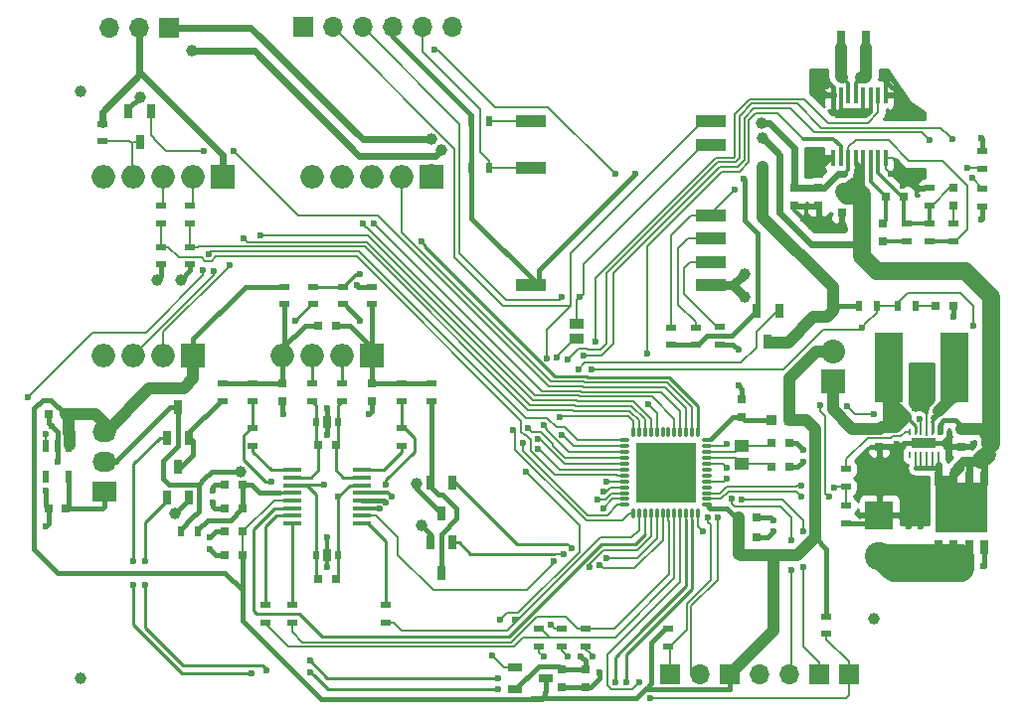
<source format=gtl>
G04 #@! TF.FileFunction,Copper,L1,Top,Signal*
%FSLAX46Y46*%
G04 Gerber Fmt 4.6, Leading zero omitted, Abs format (unit mm)*
G04 Created by KiCad (PCBNEW 4.0.7) date 2018 June 07, Thursday 02:32:14*
%MOMM*%
%LPD*%
G01*
G04 APERTURE LIST*
%ADD10C,0.050000*%
%ADD11C,1.000000*%
%ADD12R,0.900000X0.500000*%
%ADD13R,0.750000X0.800000*%
%ADD14R,0.800000X0.750000*%
%ADD15C,2.400000*%
%ADD16R,2.400000X2.400000*%
%ADD17R,2.032000X2.032000*%
%ADD18O,2.032000X2.032000*%
%ADD19R,1.700000X1.700000*%
%ADD20O,1.700000X1.700000*%
%ADD21R,0.889000X0.889000*%
%ADD22R,0.500000X0.900000*%
%ADD23R,0.550000X1.000000*%
%ADD24O,0.280000X0.850000*%
%ADD25O,0.850000X0.280000*%
%ADD26R,5.100000X5.100000*%
%ADD27R,1.500000X0.450000*%
%ADD28R,1.249680X0.998220*%
%ADD29R,2.032000X1.727200*%
%ADD30O,2.032000X1.727200*%
%ADD31R,2.450000X5.900000*%
%ADD32R,0.800000X2.900000*%
%ADD33R,0.381000X1.397000*%
%ADD34O,1.998980X1.998980*%
%ADD35R,1.998980X1.998980*%
%ADD36R,0.650000X1.220000*%
%ADD37R,2.500000X1.100000*%
%ADD38R,1.270000X0.965200*%
%ADD39R,0.500000X0.750000*%
%ADD40R,0.800000X1.000000*%
%ADD41R,0.700000X1.200000*%
%ADD42R,4.500000X4.290000*%
%ADD43R,1.550000X1.600000*%
%ADD44R,1.550000X1.200000*%
%ADD45R,2.000000X0.900000*%
%ADD46R,0.250000X0.600000*%
%ADD47C,0.604800*%
%ADD48C,0.609600*%
%ADD49R,1.220000X0.650000*%
%ADD50C,0.600000*%
%ADD51C,0.400000*%
%ADD52C,0.200000*%
%ADD53C,0.800000*%
%ADD54C,0.300000*%
%ADD55C,1.000000*%
%ADD56C,0.250000*%
%ADD57C,1.500000*%
%ADD58C,0.600000*%
%ADD59C,0.280000*%
%ADD60C,0.350000*%
%ADD61C,0.500000*%
%ADD62C,2.000000*%
%ADD63C,0.254000*%
G04 APERTURE END LIST*
D10*
D11*
X106210000Y-179995000D03*
X38710000Y-134995000D03*
D12*
X79690000Y-182295000D03*
X79690000Y-180795000D03*
D13*
X113690000Y-163795000D03*
X113690000Y-165295000D03*
D14*
X37440000Y-162545000D03*
X35940000Y-162545000D03*
D13*
X103500000Y-143795000D03*
X103500000Y-145295000D03*
D14*
X37440000Y-170545000D03*
X35940000Y-170545000D03*
D13*
X106690000Y-163795000D03*
X106690000Y-165295000D03*
X99500000Y-143250000D03*
X99500000Y-144750000D03*
X101500000Y-143250000D03*
X101500000Y-144750000D03*
X95000000Y-162750000D03*
X95000000Y-161250000D03*
D14*
X97500000Y-165000000D03*
X99000000Y-165000000D03*
X97500000Y-167000000D03*
X99000000Y-167000000D03*
X96250000Y-173045000D03*
X94750000Y-173045000D03*
X96250000Y-171295000D03*
X94750000Y-171295000D03*
D13*
X81690000Y-184295000D03*
X81690000Y-185795000D03*
X79690000Y-184295000D03*
X79690000Y-185795000D03*
D14*
X111500000Y-153250000D03*
X113000000Y-153250000D03*
X60440000Y-154940000D03*
X58940000Y-154940000D03*
D13*
X63500000Y-159905000D03*
X63500000Y-161405000D03*
X55880000Y-159905000D03*
X55880000Y-161405000D03*
D14*
X58940000Y-165100000D03*
X60440000Y-165100000D03*
X58940000Y-176545000D03*
X60440000Y-176545000D03*
X52440000Y-174545000D03*
X50940000Y-174545000D03*
X50940000Y-172545000D03*
X52440000Y-172545000D03*
X50940000Y-170545000D03*
X52440000Y-170545000D03*
X50940000Y-168545000D03*
X52440000Y-168545000D03*
D15*
X106690000Y-174645000D03*
D16*
X106690000Y-171145000D03*
D17*
X102750000Y-159750000D03*
D18*
X102750000Y-157210000D03*
D19*
X46230000Y-129545000D03*
D20*
X43690000Y-129545000D03*
X41150000Y-129545000D03*
D21*
X97500000Y-163000000D03*
X99024000Y-163000000D03*
D19*
X101600000Y-184670000D03*
D20*
X99060000Y-184670000D03*
D19*
X88900000Y-184670000D03*
D20*
X91440000Y-184670000D03*
D12*
X103890000Y-168695000D03*
X103890000Y-167195000D03*
X103890000Y-171795000D03*
X103890000Y-170295000D03*
X113000000Y-146250000D03*
X113000000Y-147750000D03*
X111000000Y-143250000D03*
X111000000Y-144750000D03*
X111000000Y-147750000D03*
X111000000Y-146250000D03*
X88690000Y-182295000D03*
X88690000Y-180795000D03*
X81690000Y-182295000D03*
X81690000Y-180795000D03*
X77690000Y-182295000D03*
X77690000Y-180795000D03*
X115490000Y-141595000D03*
X115490000Y-140095000D03*
X115490000Y-143295000D03*
X115490000Y-144795000D03*
D22*
X105000000Y-153250000D03*
X106500000Y-153250000D03*
X108250000Y-153250000D03*
X109750000Y-153250000D03*
X71940000Y-137545000D03*
X73440000Y-137545000D03*
D12*
X102210000Y-179745000D03*
X102210000Y-181245000D03*
X68580000Y-159905000D03*
X68580000Y-161405000D03*
X50800000Y-159905000D03*
X50800000Y-161405000D03*
X58420000Y-161405000D03*
X58420000Y-159905000D03*
X60960000Y-161405000D03*
X60960000Y-159905000D03*
X66040000Y-161405000D03*
X66040000Y-159905000D03*
X53340000Y-161405000D03*
X53340000Y-159905000D03*
X53340000Y-165215000D03*
X53340000Y-163715000D03*
X66040000Y-165215000D03*
X66040000Y-163715000D03*
D22*
X47190000Y-172545000D03*
X48690000Y-172545000D03*
D12*
X64690000Y-180295000D03*
X64690000Y-178795000D03*
X56690000Y-180295000D03*
X56690000Y-178795000D03*
X54408571Y-180295000D03*
X54408571Y-178795000D03*
X40500000Y-139250000D03*
X40500000Y-137750000D03*
X48000000Y-146250000D03*
X48000000Y-144750000D03*
X45500000Y-144750000D03*
X45500000Y-146250000D03*
X48000000Y-149750000D03*
X48000000Y-148250000D03*
X45500000Y-148250000D03*
X45500000Y-149750000D03*
D23*
X37640000Y-165245000D03*
X36690000Y-165245000D03*
X35740000Y-165245000D03*
X35740000Y-167845000D03*
X37640000Y-167845000D03*
D24*
X91250000Y-164025000D03*
X90750000Y-164025000D03*
X90250000Y-164025000D03*
X89750000Y-164025000D03*
X89250000Y-164025000D03*
X88750000Y-164025000D03*
X88250000Y-164025000D03*
X87750000Y-164025000D03*
X87250000Y-164025000D03*
X86750000Y-164025000D03*
X86250000Y-164025000D03*
X85750000Y-164025000D03*
D25*
X85025000Y-164750000D03*
X85025000Y-165250000D03*
X85025000Y-165750000D03*
X85025000Y-166250000D03*
X85025000Y-166750000D03*
X85025000Y-167250000D03*
X85025000Y-167750000D03*
X85025000Y-168250000D03*
X85025000Y-168750000D03*
X85025000Y-169250000D03*
X85025000Y-169750000D03*
X85025000Y-170250000D03*
D24*
X85750000Y-170975000D03*
X86250000Y-170975000D03*
X86750000Y-170975000D03*
X87250000Y-170975000D03*
X87750000Y-170975000D03*
X88250000Y-170975000D03*
X88750000Y-170975000D03*
X89250000Y-170975000D03*
X89750000Y-170975000D03*
X90250000Y-170975000D03*
X90750000Y-170975000D03*
X91250000Y-170975000D03*
D25*
X91975000Y-170250000D03*
X91975000Y-169750000D03*
X91975000Y-169250000D03*
X91975000Y-168750000D03*
X91975000Y-168250000D03*
X91975000Y-167750000D03*
X91975000Y-167250000D03*
X91975000Y-166750000D03*
X91975000Y-166250000D03*
X91975000Y-165750000D03*
X91975000Y-165250000D03*
X91975000Y-164750000D03*
D26*
X88500000Y-167500000D03*
D27*
X62640000Y-171820000D03*
X62640000Y-171170000D03*
X62640000Y-170520000D03*
X62640000Y-169870000D03*
X62640000Y-169220000D03*
X62640000Y-168570000D03*
X62640000Y-167920000D03*
X62640000Y-167270000D03*
X56740000Y-167270000D03*
X56740000Y-167920000D03*
X56740000Y-168570000D03*
X56740000Y-169220000D03*
X56740000Y-169870000D03*
X56740000Y-170520000D03*
X56740000Y-171170000D03*
X56740000Y-171820000D03*
D28*
X95000000Y-165250700D03*
X95000000Y-166749300D03*
D29*
X40690000Y-169085000D03*
D30*
X40690000Y-166545000D03*
X40690000Y-164005000D03*
D19*
X93980000Y-184670000D03*
D20*
X96520000Y-184670000D03*
D13*
X107000000Y-147750000D03*
X107000000Y-146250000D03*
D14*
X108750000Y-144000000D03*
X107250000Y-144000000D03*
D13*
X113000000Y-144750000D03*
X113000000Y-143250000D03*
D31*
X113065000Y-158545000D03*
X107515000Y-158545000D03*
D32*
X105600000Y-131250000D03*
X103400000Y-131250000D03*
D12*
X109000000Y-147750000D03*
X109000000Y-146250000D03*
D33*
X107222500Y-135333000D03*
X106587500Y-135333000D03*
X105952500Y-135333000D03*
X105317500Y-135333000D03*
X104682500Y-135333000D03*
X104047500Y-135333000D03*
X103412500Y-135333000D03*
X102777500Y-135333000D03*
X102777500Y-140667000D03*
X103412500Y-140667000D03*
X104047500Y-140667000D03*
X104682500Y-140667000D03*
X105317500Y-140667000D03*
X105952500Y-140667000D03*
X106587500Y-140667000D03*
X107222500Y-140667000D03*
D19*
X104140000Y-184670000D03*
D12*
X56000000Y-151650000D03*
X56000000Y-153150000D03*
X58500000Y-151650000D03*
X58500000Y-153150000D03*
X61000000Y-151650000D03*
X61000000Y-153150000D03*
X63500000Y-151650000D03*
X63500000Y-153150000D03*
D34*
X40640000Y-157480000D03*
D35*
X48260000Y-157480000D03*
D34*
X45720000Y-157480000D03*
X43180000Y-157480000D03*
X60960000Y-142240000D03*
D35*
X68580000Y-142240000D03*
D34*
X66040000Y-142240000D03*
X63500000Y-142240000D03*
X58420000Y-142240000D03*
X55880000Y-157480000D03*
D35*
X63500000Y-157480000D03*
D34*
X60960000Y-157480000D03*
X58420000Y-157480000D03*
X43180000Y-142240000D03*
D35*
X50800000Y-142240000D03*
D34*
X48260000Y-142240000D03*
X45720000Y-142240000D03*
X40640000Y-142240000D03*
D19*
X57610000Y-129500000D03*
D20*
X60150000Y-129500000D03*
X62690000Y-129500000D03*
X65230000Y-129500000D03*
X67770000Y-129500000D03*
X70310000Y-129500000D03*
D22*
X71940000Y-141545000D03*
X73440000Y-141545000D03*
D12*
X93090000Y-156595000D03*
X93090000Y-155095000D03*
X88990000Y-156605000D03*
X88990000Y-155105000D03*
X91085000Y-156605000D03*
X91085000Y-155105000D03*
D36*
X70340000Y-168385000D03*
X68440000Y-168385000D03*
X69390000Y-171005000D03*
X46040000Y-164505000D03*
X47940000Y-164505000D03*
X46990000Y-161885000D03*
D37*
X76990000Y-137545000D03*
X76990000Y-141545000D03*
X76990000Y-151545000D03*
X92390000Y-151545000D03*
X92390000Y-149545000D03*
X92390000Y-147545000D03*
X92390000Y-145545000D03*
X92390000Y-139545000D03*
X92390000Y-137545000D03*
D36*
X70340000Y-173465000D03*
X68440000Y-173465000D03*
X69390000Y-176085000D03*
X46040000Y-169585000D03*
X47940000Y-169585000D03*
X46990000Y-166965000D03*
D38*
X80940000Y-156065000D03*
X80940000Y-154795000D03*
D39*
X58740000Y-163195000D03*
X60640000Y-163195000D03*
D40*
X59690000Y-163195000D03*
D39*
X58740000Y-174545000D03*
X60640000Y-174545000D03*
D40*
X59690000Y-174545000D03*
D41*
X111780000Y-173845000D03*
X113050000Y-173845000D03*
X114330000Y-173845000D03*
X115600000Y-173845000D03*
X115600000Y-168045000D03*
X114330000Y-168045000D03*
X113050000Y-168045000D03*
X111780000Y-168045000D03*
D42*
X113690000Y-170445000D03*
D43*
X112600000Y-169695000D03*
X114780000Y-169695000D03*
D44*
X112600000Y-171695000D03*
X114780000Y-171695000D03*
D45*
X110500000Y-165000000D03*
D46*
X110750000Y-164000000D03*
D47*
X111250000Y-165000000D03*
D48*
X109750000Y-165000000D03*
D46*
X111750000Y-164000000D03*
X111250000Y-164000000D03*
X110250000Y-164000000D03*
X109750000Y-164000000D03*
X109250000Y-164000000D03*
X109250000Y-166000000D03*
X109750000Y-166000000D03*
X110250000Y-166000000D03*
X110750000Y-166000000D03*
X111250000Y-166000000D03*
X111750000Y-166000000D03*
D11*
X38710000Y-184995000D03*
D49*
X75710000Y-184095000D03*
X75710000Y-185995000D03*
X78330000Y-185045000D03*
D36*
X98160000Y-153685000D03*
X96260000Y-153685000D03*
X97210000Y-156305000D03*
X44660000Y-136685000D03*
X42760000Y-136685000D03*
X43710000Y-139305000D03*
D11*
X46710000Y-170995000D03*
X43710000Y-135495000D03*
X67710000Y-171995000D03*
D50*
X49960010Y-170045000D03*
X49960010Y-169045000D03*
D11*
X47190000Y-151045000D03*
X45190000Y-151045000D03*
D50*
X103190000Y-137045000D03*
X108690000Y-143045000D03*
X109690000Y-143045000D03*
X109690000Y-142045000D03*
X108190000Y-141045000D03*
X108690000Y-142045000D03*
X107690000Y-142045000D03*
X102190000Y-134545000D03*
X101690000Y-135545000D03*
X102190000Y-133545000D03*
X101190000Y-134545000D03*
X101190000Y-133545000D03*
X105190000Y-137045000D03*
X104190000Y-137045000D03*
X110190000Y-172045000D03*
X109190000Y-172045000D03*
X109190000Y-171045000D03*
X110190000Y-171045000D03*
X110190000Y-170045000D03*
X109190000Y-170045000D03*
X105190000Y-169045000D03*
X106190000Y-169045000D03*
X107190000Y-169045000D03*
X108190000Y-169045000D03*
X109190000Y-169045000D03*
X110190000Y-169045000D03*
X110190000Y-168045000D03*
X109190000Y-168045000D03*
X108190000Y-168045000D03*
X107190000Y-168045000D03*
X106190000Y-168045000D03*
X105190000Y-168045000D03*
X105190000Y-167045000D03*
X106190000Y-167045000D03*
X107190000Y-167045000D03*
X108190000Y-167045000D03*
X108190000Y-166045000D03*
X108190000Y-165045000D03*
X88500000Y-167500000D03*
X93690000Y-168045000D03*
X93690000Y-167045000D03*
X93690000Y-165045000D03*
X88500000Y-167500000D03*
X91690000Y-172545000D03*
X97690000Y-172545000D03*
X97690000Y-171545000D03*
X100190000Y-166545000D03*
X100190000Y-165545000D03*
X94690000Y-160045000D03*
X94690000Y-157045000D03*
D11*
X95190000Y-152545000D03*
X95190000Y-150545000D03*
D50*
X62190000Y-151545000D03*
X59690000Y-162045000D03*
X59690000Y-175545000D03*
X59690000Y-173045000D03*
X65190000Y-169545000D03*
X64190000Y-170545000D03*
X64690000Y-170045000D03*
X36690000Y-166545000D03*
X36190000Y-163545000D03*
X35690000Y-169045000D03*
X35690000Y-172045000D03*
X49690000Y-173045000D03*
X49690000Y-174045000D03*
X82890000Y-184545000D03*
X109690000Y-162045000D03*
X110690000Y-159045000D03*
X109690000Y-159045000D03*
X109690000Y-160045000D03*
X110690000Y-160045000D03*
X110690000Y-161045000D03*
X109690000Y-161045000D03*
X112690000Y-164245000D03*
X114690000Y-165045000D03*
X112690000Y-166045000D03*
X112690000Y-165045000D03*
X101790000Y-145845000D03*
X103790000Y-146745000D03*
X102890000Y-146745000D03*
X101790000Y-146745000D03*
X100890000Y-146545000D03*
X100190000Y-145845000D03*
X100690000Y-141545000D03*
X100690000Y-140445000D03*
X101790000Y-140445000D03*
X101790000Y-141545000D03*
X110390000Y-136945000D03*
X109490000Y-136245000D03*
X109490000Y-136945000D03*
X108490000Y-136945000D03*
X108490000Y-136245000D03*
X108490000Y-135345000D03*
X107190000Y-133845000D03*
X115390000Y-138945000D03*
X115390000Y-145945000D03*
X115590000Y-175445000D03*
X112990000Y-154245000D03*
X63190000Y-162545000D03*
X55940000Y-162545000D03*
X59690000Y-164295000D03*
X110690000Y-162045000D03*
D11*
X96790000Y-141445000D03*
X102690000Y-153795000D03*
X67290000Y-168445000D03*
X52290000Y-167419998D03*
D50*
X81290000Y-183145000D03*
X64690022Y-168519990D03*
X59440000Y-168545000D03*
X60640000Y-169569998D03*
X54940000Y-168295000D03*
X82290000Y-183145000D03*
X80190000Y-183145000D03*
X78090000Y-183194998D03*
X112890000Y-139045000D03*
X80190000Y-157844996D03*
X76789990Y-163711802D03*
X114190000Y-141545000D03*
X110990000Y-139145000D03*
X81470423Y-157544922D03*
X77590000Y-164645000D03*
X114590000Y-142345000D03*
D11*
X96744760Y-138940638D03*
X69411930Y-139969026D03*
X48190000Y-131545000D03*
D50*
X53989999Y-147244981D03*
X51390000Y-149845000D03*
X49998026Y-150358121D03*
X52590000Y-147544994D03*
X62440000Y-150545000D03*
X67690000Y-147795000D03*
D11*
X96640032Y-137695021D03*
X68528038Y-139085134D03*
D50*
X92115078Y-171294186D03*
X83190000Y-170545000D03*
X92914662Y-171320338D03*
X82690000Y-169795000D03*
X49190000Y-140045000D03*
X51690000Y-140045000D03*
X100090000Y-168645000D03*
X102890000Y-168745000D03*
X105210000Y-155125000D03*
X114710000Y-154994958D03*
X82190000Y-158745000D03*
X77640000Y-165446456D03*
X87190000Y-186745000D03*
X86290000Y-185345000D03*
X75690000Y-180045000D03*
X78690000Y-180445000D03*
X106210000Y-162495000D03*
X100090000Y-169545000D03*
X101690000Y-161745000D03*
X103990000Y-161844998D03*
X102390012Y-169545000D03*
X110090000Y-162945000D03*
X82490000Y-156345000D03*
X79490000Y-162745000D03*
X35690012Y-164243850D03*
X34190000Y-161045010D03*
X49560571Y-148845012D03*
X49108030Y-150276056D03*
X78964215Y-175070010D03*
X82038193Y-175550889D03*
X86990000Y-161644994D03*
X86955674Y-157344989D03*
X78090010Y-163458784D03*
X81112665Y-158670879D03*
X79209233Y-157711523D03*
X76338439Y-164994137D03*
X78409495Y-157732445D03*
X75482042Y-163886375D03*
X100190000Y-172545000D03*
X100190000Y-175545000D03*
X83215888Y-169104868D03*
X94960484Y-169795021D03*
X83440000Y-168295000D03*
X94111236Y-169695023D03*
X99190000Y-175795000D03*
X99190000Y-173295000D03*
X56940000Y-154545000D03*
X62440000Y-154544992D03*
X63690000Y-146295000D03*
X62690000Y-146295000D03*
X68790000Y-131445000D03*
X94390000Y-143345008D03*
X84190000Y-142045000D03*
X95117602Y-142451107D03*
X85940000Y-141994990D03*
X83466116Y-174759375D03*
X80489998Y-173944998D03*
X79790000Y-174445000D03*
X82867041Y-175362391D03*
X74210000Y-184995000D03*
X58190000Y-183545000D03*
X84190000Y-185345000D03*
X53250782Y-184595748D03*
X43190000Y-177045000D03*
X43190000Y-175045000D03*
X58252868Y-184491766D03*
X74210000Y-185995000D03*
X54490000Y-184345002D03*
X44190000Y-177045000D03*
X44190000Y-175045000D03*
X85190000Y-185345000D03*
X81190000Y-152545000D03*
X79690000Y-152545000D03*
X74389996Y-180045000D03*
X73690000Y-183045006D03*
X76589998Y-167445000D03*
X79665728Y-164269272D03*
D51*
X47940000Y-169585000D02*
X47940000Y-169765000D01*
X47940000Y-169765000D02*
X46710000Y-170995000D01*
X42760000Y-136685000D02*
X42760000Y-136445000D01*
X42760000Y-136445000D02*
X43710000Y-135495000D01*
X68440000Y-173465000D02*
X68440000Y-172725000D01*
X68440000Y-172725000D02*
X67710000Y-171995000D01*
X49960010Y-170365010D02*
X49960010Y-170045000D01*
X50940000Y-170545000D02*
X50140000Y-170545000D01*
X50940000Y-168545000D02*
X50140000Y-168545000D01*
X49960010Y-168724990D02*
X49960010Y-169045000D01*
X50140000Y-168545000D02*
X49960010Y-168724990D01*
X50140000Y-170545000D02*
X49960010Y-170365010D01*
X111000000Y-143250000D02*
X109895000Y-143250000D01*
X109895000Y-143250000D02*
X109690000Y-143045000D01*
X48000000Y-149750000D02*
X48000000Y-150235000D01*
X48000000Y-150235000D02*
X47190000Y-151045000D01*
X45500000Y-149750000D02*
X45500000Y-150735000D01*
X45500000Y-150735000D02*
X45190000Y-151045000D01*
D52*
X102777500Y-136632500D02*
X103190000Y-137045000D01*
X108690000Y-143045000D02*
X108690000Y-142045000D01*
X109690000Y-142045000D02*
X109690000Y-143045000D01*
X107222500Y-140667000D02*
X107812000Y-140667000D01*
X107812000Y-140667000D02*
X108190000Y-141045000D01*
X108690000Y-142045000D02*
X108690000Y-141545000D01*
X107222500Y-140667000D02*
X107222500Y-141577500D01*
X107222500Y-141577500D02*
X107690000Y-142045000D01*
X101690000Y-135545000D02*
X101690000Y-135045000D01*
X101690000Y-135045000D02*
X102190000Y-134545000D01*
X101190000Y-134545000D02*
X102190000Y-133545000D01*
X101790000Y-133345000D02*
X101390000Y-133345000D01*
X101390000Y-133345000D02*
X101190000Y-133545000D01*
D51*
X102890001Y-136745001D02*
X103190000Y-137045000D01*
X102777500Y-136632500D02*
X102890001Y-136745001D01*
X102777500Y-135333000D02*
X102777500Y-136632500D01*
X103090000Y-137045000D02*
X103190000Y-137045000D01*
X105490000Y-137045000D02*
X105190000Y-137045000D01*
X105190000Y-137045000D02*
X104190000Y-137045000D01*
D52*
X104090000Y-136945000D02*
X104190000Y-137045000D01*
D51*
X104190000Y-137045000D02*
X103690000Y-137045000D01*
D52*
X103390000Y-136945000D02*
X104090000Y-136945000D01*
X105190000Y-166045000D02*
X105190000Y-167045000D01*
X105940000Y-165295000D02*
X105190000Y-166045000D01*
D51*
X106690000Y-165295000D02*
X105940000Y-165295000D01*
D52*
X109190000Y-171045000D02*
X109190000Y-172045000D01*
X110190000Y-170045000D02*
X110190000Y-171045000D01*
X105190000Y-169045000D02*
X108190000Y-169045000D01*
X108190000Y-169045000D02*
X109190000Y-170045000D01*
X107190000Y-169045000D02*
X106190000Y-169045000D01*
X109190000Y-169045000D02*
X108190000Y-169045000D01*
X109190000Y-168045000D02*
X110190000Y-168045000D01*
X107190000Y-168045000D02*
X108190000Y-168045000D01*
X105190000Y-168045000D02*
X106190000Y-168045000D01*
X106190000Y-167045000D02*
X105190000Y-167045000D01*
X107190000Y-167045000D02*
X106190000Y-167045000D01*
X108190000Y-166045000D02*
X108190000Y-167045000D01*
X108614264Y-165045000D02*
X108190000Y-165045000D01*
X108690000Y-165045000D02*
X108614264Y-165045000D01*
X108735000Y-165000000D02*
X108690000Y-165045000D01*
D51*
X110500000Y-165000000D02*
X108735000Y-165000000D01*
D52*
X90696011Y-165538989D02*
X89190000Y-167045000D01*
X88500000Y-167500000D02*
X88500000Y-168735000D01*
X88196011Y-165538989D02*
X86690000Y-167045000D01*
X91975000Y-168250000D02*
X93485000Y-168250000D01*
X93485000Y-168250000D02*
X93690000Y-168045000D01*
X91975000Y-166750000D02*
X93395000Y-166750000D01*
X93395000Y-166750000D02*
X93690000Y-167045000D01*
X91975000Y-165250000D02*
X93485000Y-165250000D01*
X93485000Y-165250000D02*
X93690000Y-165045000D01*
X91250000Y-172105000D02*
X91690000Y-172545000D01*
X91250000Y-170975000D02*
X91250000Y-172105000D01*
D51*
X96250000Y-173045000D02*
X97190000Y-173045000D01*
X97190000Y-173045000D02*
X97690000Y-172545000D01*
X96250000Y-171295000D02*
X97440000Y-171295000D01*
X97440000Y-171295000D02*
X97690000Y-171545000D01*
X99000000Y-167000000D02*
X99735000Y-167000000D01*
X99735000Y-167000000D02*
X100190000Y-166545000D01*
X99000000Y-165000000D02*
X99645000Y-165000000D01*
X99645000Y-165000000D02*
X100190000Y-165545000D01*
X95000000Y-161250000D02*
X95000000Y-160355000D01*
X95000000Y-160355000D02*
X94690000Y-160045000D01*
X93090000Y-156595000D02*
X94240000Y-156595000D01*
X94240000Y-156595000D02*
X94690000Y-157045000D01*
D53*
X95190000Y-152545000D02*
X94190000Y-151545000D01*
X91690000Y-151545000D02*
X94190000Y-151545000D01*
X94190000Y-151545000D02*
X95190000Y-150545000D01*
D51*
X63500000Y-151650000D02*
X62295000Y-151650000D01*
X62295000Y-151650000D02*
X62190000Y-151545000D01*
X59690000Y-163195000D02*
X59690000Y-162045000D01*
D54*
X59690000Y-174545000D02*
X59690000Y-175545000D01*
X59690000Y-174545000D02*
X59690000Y-173045000D01*
X62640000Y-169220000D02*
X64865000Y-169220000D01*
X64865000Y-169220000D02*
X65190000Y-169545000D01*
X62640000Y-170520000D02*
X64165000Y-170520000D01*
X64165000Y-170520000D02*
X64190000Y-170545000D01*
D51*
X62640000Y-169870000D02*
X64515000Y-169870000D01*
X64515000Y-169870000D02*
X64690000Y-170045000D01*
X36690000Y-165245000D02*
X36690000Y-166545000D01*
X36690000Y-164045000D02*
X36190000Y-163545000D01*
X36690000Y-165245000D02*
X36690000Y-164045000D01*
X35940000Y-162545000D02*
X35940000Y-163295000D01*
X35940000Y-163295000D02*
X36190000Y-163545000D01*
X35690000Y-169045000D02*
X35690000Y-170295000D01*
X35690000Y-170295000D02*
X35940000Y-170545000D01*
X35940000Y-170545000D02*
X35940000Y-171795000D01*
X35940000Y-171795000D02*
X35690000Y-172045000D01*
X50940000Y-172545000D02*
X50190000Y-172545000D01*
X50190000Y-172545000D02*
X49690000Y-173045000D01*
X50940000Y-174545000D02*
X50190000Y-174545000D01*
X50190000Y-174545000D02*
X49690000Y-174045000D01*
X81690000Y-185795000D02*
X82140000Y-185795000D01*
X82140000Y-185795000D02*
X82890000Y-185045000D01*
X82890000Y-185045000D02*
X82890000Y-184545000D01*
X79690000Y-185795000D02*
X81690000Y-185795000D01*
X110690000Y-159045000D02*
X110690000Y-161045000D01*
X110690000Y-161045000D02*
X109690000Y-162045000D01*
X109690000Y-160045000D02*
X109690000Y-159045000D01*
X110690000Y-161045000D02*
X110690000Y-160045000D01*
X110690000Y-162045000D02*
X109690000Y-161045000D01*
X112690000Y-166045000D02*
X112690000Y-164245000D01*
X112690000Y-164245000D02*
X112690000Y-164045000D01*
X112690000Y-165045000D02*
X112690000Y-164245000D01*
X113690000Y-165295000D02*
X114440000Y-165295000D01*
X114440000Y-165295000D02*
X114690000Y-165045000D01*
X111250000Y-165000000D02*
X112645000Y-165000000D01*
X112645000Y-165000000D02*
X112690000Y-165045000D01*
X113690000Y-165295000D02*
X112940000Y-165295000D01*
X112940000Y-165295000D02*
X112690000Y-165045000D01*
X103890000Y-171795000D02*
X106040000Y-171795000D01*
X106040000Y-171795000D02*
X106690000Y-171145000D01*
D54*
X100490000Y-145085000D02*
X100489999Y-145545001D01*
X100489999Y-145545001D02*
X100190000Y-145845000D01*
X101500000Y-144750000D02*
X100825000Y-144750000D01*
X100825000Y-144750000D02*
X100490000Y-145085000D01*
X102890000Y-146745000D02*
X103790000Y-146745000D01*
X100890000Y-146545000D02*
X101590000Y-146545000D01*
X101590000Y-146545000D02*
X101790000Y-146745000D01*
X99500000Y-144750000D02*
X99500000Y-145155000D01*
X99500000Y-145155000D02*
X100190000Y-145845000D01*
X101790000Y-140445000D02*
X100690000Y-140445000D01*
X102777500Y-140667000D02*
X102668000Y-140667000D01*
X102668000Y-140667000D02*
X101790000Y-141545000D01*
D51*
X109490000Y-136945000D02*
X109490000Y-136245000D01*
X108490000Y-136245000D02*
X108490000Y-136945000D01*
X107190000Y-133845000D02*
X107190000Y-134045000D01*
X107190000Y-134045000D02*
X108490000Y-135345000D01*
X102777500Y-135333000D02*
X102278000Y-135333000D01*
X102278000Y-135333000D02*
X101690000Y-134745000D01*
D54*
X103412500Y-135333000D02*
X103412500Y-136145000D01*
X103412500Y-136145000D02*
X103412500Y-136622500D01*
D51*
X103690000Y-137045000D02*
X103090000Y-137045000D01*
X105861379Y-136616371D02*
X105861379Y-136673621D01*
X105861379Y-136673621D02*
X105490000Y-137045000D01*
X103689999Y-136944999D02*
X103390000Y-136645000D01*
X103690000Y-137045000D02*
X103689999Y-136944999D01*
X105090000Y-136645000D02*
X105790000Y-136645000D01*
X105790000Y-136645000D02*
X105890000Y-136545000D01*
X103390000Y-136645000D02*
X105190000Y-136645000D01*
X105190000Y-136645000D02*
X105290000Y-136545000D01*
X101590000Y-133745000D02*
X101590000Y-134645000D01*
X101590000Y-134645000D02*
X101690000Y-134745000D01*
X101490000Y-134745000D02*
X101490000Y-133345000D01*
X102190000Y-134045000D02*
X101490000Y-134045000D01*
D54*
X103412500Y-136622500D02*
X103390000Y-136645000D01*
X105317500Y-135333000D02*
X105317500Y-136517500D01*
X105317500Y-136517500D02*
X105290000Y-136545000D01*
X105952500Y-135333000D02*
X105952500Y-136482500D01*
X105952500Y-136482500D02*
X105890000Y-136545000D01*
X107222500Y-135333000D02*
X107222500Y-133877500D01*
X107222500Y-133877500D02*
X107190000Y-133845000D01*
D51*
X102777500Y-135333000D02*
X102777500Y-134632500D01*
X102777500Y-134632500D02*
X102190000Y-134045000D01*
X115490000Y-140095000D02*
X115490000Y-139045000D01*
X115490000Y-139045000D02*
X115390000Y-138945000D01*
X115490000Y-144795000D02*
X115490000Y-145845000D01*
X115490000Y-145845000D02*
X115390000Y-145945000D01*
X115600000Y-173845000D02*
X115600000Y-175435000D01*
X115600000Y-175435000D02*
X115590000Y-175445000D01*
X113000000Y-153250000D02*
X113000000Y-154235000D01*
X113000000Y-154235000D02*
X112990000Y-154245000D01*
X63500000Y-161405000D02*
X63500000Y-162235000D01*
X63500000Y-162235000D02*
X63190000Y-162545000D01*
X55880000Y-161405000D02*
X55880000Y-162485000D01*
X55880000Y-162485000D02*
X55940000Y-162545000D01*
X59690000Y-163195000D02*
X59690000Y-164295000D01*
D52*
X110750000Y-162105000D02*
X110690000Y-162045000D01*
X110750000Y-164000000D02*
X110750000Y-162105000D01*
X110750000Y-164000000D02*
X110750000Y-164249999D01*
X110750000Y-164249999D02*
X110690000Y-164249999D01*
D51*
X77090000Y-186784169D02*
X77920831Y-186784169D01*
X77920831Y-186784169D02*
X78210000Y-186495000D01*
X78210000Y-186495000D02*
X78210000Y-186235000D01*
X78210000Y-186235000D02*
X78330000Y-186115000D01*
X78330000Y-186115000D02*
X78330000Y-185045000D01*
X97590000Y-156395000D02*
X97300000Y-156395000D01*
X97300000Y-156395000D02*
X97210000Y-156305000D01*
X102210000Y-179745000D02*
X102210000Y-174019000D01*
X102210000Y-174019000D02*
X101240002Y-173049002D01*
D55*
X94750000Y-173045000D02*
X94750000Y-171295000D01*
X96250000Y-174545000D02*
X94875000Y-174545000D01*
X94875000Y-174545000D02*
X94750000Y-174420000D01*
X94750000Y-174420000D02*
X94750000Y-173045000D01*
D51*
X93980000Y-185920000D02*
X93980000Y-184670000D01*
X86900002Y-185845000D02*
X87025003Y-185970001D01*
X87025003Y-185970001D02*
X93929999Y-185970001D01*
X93929999Y-185970001D02*
X93980000Y-185920000D01*
D55*
X93980000Y-184670000D02*
X97690000Y-180960000D01*
X97690000Y-180960000D02*
X97690000Y-174545000D01*
X97690000Y-174545000D02*
X96250000Y-174545000D01*
D51*
X86900002Y-185845000D02*
X86690000Y-186055002D01*
X87290000Y-185455002D02*
X86900002Y-185845000D01*
X86690000Y-186055002D02*
X86865001Y-185880001D01*
X86865001Y-185880001D02*
X87025001Y-185880001D01*
X87025001Y-185880001D02*
X87115001Y-185970001D01*
X52440000Y-177500000D02*
X50985000Y-176045000D01*
X50985000Y-176045000D02*
X36690000Y-176045000D01*
X34690000Y-162045000D02*
X35440000Y-161295000D01*
X35440000Y-161295000D02*
X36165000Y-161295000D01*
X36690000Y-176045000D02*
X34690000Y-174045000D01*
X34690000Y-174045000D02*
X34690000Y-162045000D01*
X37415000Y-162545000D02*
X37440000Y-162545000D01*
X36165000Y-161295000D02*
X37415000Y-162545000D01*
D55*
X100468500Y-163000000D02*
X101240002Y-163771502D01*
X101240002Y-163771502D02*
X101240002Y-173049002D01*
X99024000Y-163000000D02*
X100468500Y-163000000D01*
X37440000Y-162545000D02*
X37465000Y-162545000D01*
X37465000Y-162545000D02*
X37690000Y-162770000D01*
X37690000Y-162770000D02*
X37690000Y-164119998D01*
X37690000Y-164119998D02*
X37715001Y-164144999D01*
X37715001Y-164144999D02*
X37715001Y-165169999D01*
D51*
X52440000Y-177500000D02*
X52440000Y-180095000D01*
X52440000Y-180095000D02*
X59129169Y-186784169D01*
X59129169Y-186784169D02*
X77090000Y-186784169D01*
X86690000Y-186055002D02*
X86000002Y-186745000D01*
X87290000Y-182045000D02*
X87290000Y-185455002D01*
X86000002Y-186745000D02*
X77129169Y-186745000D01*
X77129169Y-186745000D02*
X77090000Y-186784169D01*
X105000000Y-153250000D02*
X103235000Y-153250000D01*
X103235000Y-153250000D02*
X102690000Y-153795000D01*
X88690000Y-180795000D02*
X88490000Y-180795000D01*
X88490000Y-180795000D02*
X87290000Y-181995000D01*
D55*
X96790000Y-142152106D02*
X96790000Y-141445000D01*
X96790000Y-145739998D02*
X96790000Y-142152106D01*
X102750000Y-151699998D02*
X96790000Y-145739998D01*
X102750000Y-152945000D02*
X102750000Y-151699998D01*
D51*
X48260000Y-157480000D02*
X48260000Y-156080510D01*
X48260000Y-156080510D02*
X52690510Y-151650000D01*
X52690510Y-151650000D02*
X55150000Y-151650000D01*
X55150000Y-151650000D02*
X56000000Y-151650000D01*
D55*
X102240000Y-154245000D02*
X102690000Y-153795000D01*
X102750000Y-152945000D02*
X102750000Y-153735000D01*
D51*
X103055000Y-153250000D02*
X102750000Y-152945000D01*
X94750000Y-171295000D02*
X94440000Y-171295000D01*
X94440000Y-171295000D02*
X93690000Y-170545000D01*
X93690000Y-170545000D02*
X92270000Y-170545000D01*
X92270000Y-170545000D02*
X92065010Y-170340010D01*
D55*
X102750000Y-153735000D02*
X102690000Y-153795000D01*
X99744004Y-174545000D02*
X96250000Y-174545000D01*
X101240002Y-173049002D02*
X99744004Y-174545000D01*
X40842400Y-164005000D02*
X44552400Y-160295000D01*
X44552400Y-160295000D02*
X47444490Y-160295000D01*
D51*
X52440000Y-174545000D02*
X52440000Y-177500000D01*
D52*
X52440000Y-172545000D02*
X52465000Y-172545000D01*
X55790000Y-169870000D02*
X56740000Y-169870000D01*
X52465000Y-172545000D02*
X55140000Y-169870000D01*
X55140000Y-169870000D02*
X55790000Y-169870000D01*
X52440000Y-174545000D02*
X52440000Y-172545000D01*
X37440000Y-162545000D02*
X37440000Y-161970000D01*
X52440000Y-175545000D02*
X52440000Y-174545000D01*
D55*
X68580000Y-141685000D02*
X68580000Y-142240000D01*
X47444490Y-160295000D02*
X48260000Y-159479490D01*
X48260000Y-159479490D02*
X48260000Y-157480000D01*
X40690000Y-164005000D02*
X40842400Y-164005000D01*
X40690000Y-164005000D02*
X40690000Y-163295000D01*
X40690000Y-163295000D02*
X39940000Y-162545000D01*
X39940000Y-162545000D02*
X37440000Y-162545000D01*
X102750000Y-157210000D02*
X101313160Y-157210000D01*
X101313160Y-157210000D02*
X99024000Y-159499160D01*
X99024000Y-159499160D02*
X99024000Y-163000000D01*
X97590000Y-156395000D02*
X98940000Y-156395000D01*
X98940000Y-156395000D02*
X101090000Y-154245000D01*
X101090000Y-154245000D02*
X102240000Y-154245000D01*
D51*
X69390000Y-171005000D02*
X67290000Y-168905000D01*
X67290000Y-168905000D02*
X67290000Y-168445000D01*
X49210000Y-168025000D02*
X48740000Y-168495000D01*
X48740000Y-168495000D02*
X46210000Y-168495000D01*
X46210000Y-168495000D02*
X45710000Y-167995000D01*
X45710000Y-167995000D02*
X45710000Y-166499998D01*
X45710000Y-166499998D02*
X46990000Y-165219998D01*
X46990000Y-165219998D02*
X46990000Y-162895000D01*
X46990000Y-162895000D02*
X46990000Y-161885000D01*
X49210000Y-168025000D02*
X48710000Y-168525000D01*
X49815002Y-167419998D02*
X49210000Y-168025000D01*
X52290000Y-167419998D02*
X49815002Y-167419998D01*
X46990000Y-161885000D02*
X46320000Y-161885000D01*
X46320000Y-161885000D02*
X41660000Y-166545000D01*
X41660000Y-166545000D02*
X40690000Y-166545000D01*
X48710000Y-168525000D02*
X48710000Y-168609998D01*
X48715001Y-168614999D02*
X48715001Y-170555001D01*
X48190000Y-171345000D02*
X47190000Y-172345000D01*
X48710000Y-170775000D02*
X48190000Y-171295000D01*
X48190000Y-171295000D02*
X48190000Y-171345000D01*
X48710000Y-170560002D02*
X48710000Y-170775000D01*
X48710000Y-168609998D02*
X48715001Y-168614999D01*
X48715001Y-170555001D02*
X48710000Y-170560002D01*
X47190000Y-172345000D02*
X47190000Y-172545000D01*
X40690000Y-166545000D02*
X41690000Y-166545000D01*
D55*
X108140012Y-163594988D02*
X108140012Y-162594988D01*
X108140012Y-162594988D02*
X108440000Y-162295000D01*
X107515000Y-158545000D02*
X107515000Y-162969976D01*
X107515000Y-162969976D02*
X108140012Y-163594988D01*
X108140012Y-163594988D02*
X108940000Y-162795000D01*
X106740011Y-163744989D02*
X106890012Y-163594988D01*
X106890012Y-163594988D02*
X108140012Y-163594988D01*
X104409996Y-163745000D02*
X102750000Y-162085004D01*
X106640000Y-163745000D02*
X104409996Y-163745000D01*
X102750000Y-161766000D02*
X102750000Y-159750000D01*
X102750000Y-162085004D02*
X102750000Y-161766000D01*
D56*
X109750000Y-163520014D02*
X109024986Y-162795000D01*
X109024986Y-162795000D02*
X108940000Y-162795000D01*
X109750000Y-164000000D02*
X109750000Y-163520014D01*
D55*
X107915000Y-158545000D02*
X107915000Y-161770000D01*
X107915000Y-161770000D02*
X108440000Y-162295000D01*
X108440000Y-162295000D02*
X108940000Y-162795000D01*
D52*
X107795000Y-160650000D02*
X107795000Y-158665000D01*
X107795000Y-158665000D02*
X107915000Y-158545000D01*
D51*
X95000000Y-162750000D02*
X94225000Y-162750000D01*
X94225000Y-162750000D02*
X92315010Y-164659990D01*
X97500000Y-163000000D02*
X95250000Y-163000000D01*
X95250000Y-163000000D02*
X95000000Y-162750000D01*
D52*
X95000000Y-165250700D02*
X97249300Y-165250700D01*
X97249300Y-165250700D02*
X97500000Y-165000000D01*
X91975000Y-165750000D02*
X94500700Y-165750000D01*
X94500700Y-165750000D02*
X95000000Y-165250700D01*
X95000000Y-166749300D02*
X97249300Y-166749300D01*
X97249300Y-166749300D02*
X97500000Y-167000000D01*
X91975000Y-166250000D02*
X94500700Y-166250000D01*
X94500700Y-166250000D02*
X95000000Y-166749300D01*
D51*
X75710000Y-185995000D02*
X77710000Y-183995000D01*
X77710000Y-183995000D02*
X79390000Y-183995000D01*
X79390000Y-183995000D02*
X79690000Y-184295000D01*
X81690000Y-184295000D02*
X81690000Y-183545000D01*
X81690000Y-183545000D02*
X81290000Y-183145000D01*
X79690000Y-184295000D02*
X81690000Y-184295000D01*
D52*
X109750000Y-153250000D02*
X111500000Y-153250000D01*
D51*
X63500000Y-156855000D02*
X63500000Y-157480000D01*
X60440000Y-154940000D02*
X61585000Y-154940000D01*
X61585000Y-154940000D02*
X63500000Y-156855000D01*
X63500000Y-153150000D02*
X63500000Y-157480000D01*
X63500000Y-157480000D02*
X63500000Y-159905000D01*
X66040000Y-159905000D02*
X68580000Y-159905000D01*
X66040000Y-159905000D02*
X63500000Y-159905000D01*
X55880000Y-157480000D02*
X55880000Y-156855000D01*
X55880000Y-156855000D02*
X57795000Y-154940000D01*
X57795000Y-154940000D02*
X58940000Y-154940000D01*
X56000000Y-153150000D02*
X56000000Y-157360000D01*
X56000000Y-157360000D02*
X55880000Y-157480000D01*
X55880000Y-157480000D02*
X55880000Y-159905000D01*
X53340000Y-159905000D02*
X50800000Y-159905000D01*
X55880000Y-159905000D02*
X53340000Y-159905000D01*
D56*
X58740000Y-163195000D02*
X58740000Y-161725000D01*
X58740000Y-161725000D02*
X58420000Y-161405000D01*
X58940000Y-165100000D02*
X58740000Y-164900000D01*
X58740000Y-164900000D02*
X58740000Y-163195000D01*
X58940000Y-167295000D02*
X58315000Y-167920000D01*
X58315000Y-167920000D02*
X56740000Y-167920000D01*
X58940000Y-165100000D02*
X58940000Y-167295000D01*
X60640000Y-163195000D02*
X60640000Y-161725000D01*
X60640000Y-161725000D02*
X60960000Y-161405000D01*
X60440000Y-165100000D02*
X60640000Y-164900000D01*
X60640000Y-164900000D02*
X60640000Y-163195000D01*
X60440000Y-167295000D02*
X61065000Y-167920000D01*
X61065000Y-167920000D02*
X62640000Y-167920000D01*
X60440000Y-165100000D02*
X60440000Y-167295000D01*
X66040000Y-163715000D02*
X66240000Y-163715000D01*
X66240000Y-163715000D02*
X67090000Y-164565000D01*
X67090000Y-164565000D02*
X67090000Y-165695748D01*
X67090000Y-165695748D02*
X64690022Y-168095726D01*
X64690022Y-168095726D02*
X64690022Y-168519990D01*
X59015736Y-168545000D02*
X59440000Y-168545000D01*
X57525000Y-168545000D02*
X59015736Y-168545000D01*
X57500000Y-168570000D02*
X57525000Y-168545000D01*
X57965000Y-168570000D02*
X57500000Y-168570000D01*
X57500000Y-168570000D02*
X56740000Y-168570000D01*
X66040000Y-163715000D02*
X66040000Y-161405000D01*
X58940000Y-176545000D02*
X58740000Y-176345000D01*
X58740000Y-176345000D02*
X58740000Y-174545000D01*
X58740000Y-169345000D02*
X57965000Y-168570000D01*
X58740000Y-174545000D02*
X58740000Y-169345000D01*
X52514999Y-166369999D02*
X54440000Y-168295000D01*
X54440000Y-168295000D02*
X54940000Y-168295000D01*
X53340000Y-163715000D02*
X53140000Y-163715000D01*
X53140000Y-163715000D02*
X52514999Y-164340001D01*
X52514999Y-164340001D02*
X52514999Y-166369999D01*
X53340000Y-163715000D02*
X53340000Y-161405000D01*
X60440000Y-176545000D02*
X60640000Y-176345000D01*
X60640000Y-176345000D02*
X60640000Y-174545000D01*
X60640000Y-174545000D02*
X60640000Y-169569998D01*
X60640000Y-169569998D02*
X61640000Y-168570000D01*
X61640000Y-168570000D02*
X62640000Y-168570000D01*
X56740000Y-169220000D02*
X55604998Y-169220000D01*
D51*
X53915000Y-169220000D02*
X55604998Y-169220000D01*
X53240000Y-168545000D02*
X53915000Y-169220000D01*
X52440000Y-168545000D02*
X53240000Y-168545000D01*
X52440000Y-170545000D02*
X52440000Y-168545000D01*
X49490000Y-171545000D02*
X51415000Y-171545000D01*
X51415000Y-171545000D02*
X52415000Y-170545000D01*
X52415000Y-170545000D02*
X52440000Y-170545000D01*
X48690000Y-172545000D02*
X48690000Y-172345000D01*
X48690000Y-172345000D02*
X49490000Y-171545000D01*
D52*
X81690000Y-182295000D02*
X81890000Y-182295000D01*
X81690000Y-182445000D02*
X81690000Y-182545000D01*
X81690000Y-182545000D02*
X81990001Y-182845001D01*
X81990001Y-182845001D02*
X82290000Y-183145000D01*
X79690000Y-182295000D02*
X79690000Y-182645000D01*
X79690000Y-182645000D02*
X80190000Y-183145000D01*
X77690000Y-182295000D02*
X77690000Y-182794998D01*
X77690000Y-182794998D02*
X78090000Y-183194998D01*
X111940013Y-138095013D02*
X112590001Y-138745001D01*
X112590001Y-138745001D02*
X112890000Y-139045000D01*
X94455689Y-141045011D02*
X94790011Y-140710689D01*
X83490001Y-156533001D02*
X83490001Y-150513599D01*
X99689989Y-136044989D02*
X101740013Y-138095013D01*
X94790011Y-137110688D02*
X95855711Y-136044989D01*
X92958589Y-141045011D02*
X94455689Y-141045011D01*
X83490001Y-150513599D02*
X92958589Y-141045011D01*
X95855711Y-136044989D02*
X99689989Y-136044989D01*
X81758425Y-156944920D02*
X81858506Y-157045001D01*
X81090076Y-156944920D02*
X81758425Y-156944920D01*
X80190000Y-157844996D02*
X81090076Y-156944920D01*
X81858506Y-157045001D02*
X82978001Y-157045001D01*
X101740013Y-138095013D02*
X111940013Y-138095013D01*
X82978001Y-157045001D02*
X83490001Y-156533001D01*
X94790011Y-140710689D02*
X94790011Y-137110688D01*
X77878003Y-164044999D02*
X77123187Y-164044999D01*
X77089989Y-164011801D02*
X76789990Y-163711802D01*
X77123187Y-164044999D02*
X77089989Y-164011801D01*
X78889988Y-165198690D02*
X78889988Y-165056984D01*
X85025000Y-166250000D02*
X79941298Y-166250000D01*
X78889988Y-165056984D02*
X77878003Y-164044999D01*
X79941298Y-166250000D02*
X78889988Y-165198690D01*
X114190000Y-141545000D02*
X115440000Y-141545000D01*
X115440000Y-141545000D02*
X115490000Y-141595000D01*
X81894687Y-157544922D02*
X81470423Y-157544922D01*
X83043780Y-157544922D02*
X81894687Y-157544922D01*
X95190022Y-137276377D02*
X95190022Y-140876378D01*
X84090012Y-150479288D02*
X84090012Y-156498690D01*
X93124278Y-141445022D02*
X84090012Y-150479288D01*
X95190022Y-140876378D02*
X94621378Y-141445022D01*
X96021400Y-136445000D02*
X95190022Y-137276377D01*
X110990000Y-139145000D02*
X110340024Y-138495024D01*
X84090012Y-156498690D02*
X83043780Y-157544922D01*
X101140024Y-138495024D02*
X99090000Y-136445000D01*
X94621378Y-141445022D02*
X93124278Y-141445022D01*
X110340024Y-138495024D02*
X101140024Y-138495024D01*
X99090000Y-136445000D02*
X96021400Y-136445000D01*
X79875598Y-166750000D02*
X77770598Y-164645000D01*
X77770598Y-164645000D02*
X77590000Y-164645000D01*
X85025000Y-166750000D02*
X79875598Y-166750000D01*
X114590000Y-142345000D02*
X114590000Y-142395000D01*
X114590000Y-142395000D02*
X115490000Y-143295000D01*
X111750000Y-164000000D02*
X111750000Y-163485000D01*
X111750000Y-163485000D02*
X111875001Y-163359999D01*
X111750000Y-164000000D02*
X111875001Y-164000000D01*
X111250000Y-167105000D02*
X111690000Y-167105000D01*
X111690000Y-167105000D02*
X111750000Y-167105000D01*
D51*
X111250000Y-167045000D02*
X111630000Y-167045000D01*
X111630000Y-167045000D02*
X111690000Y-167105000D01*
D52*
X111250000Y-166500000D02*
X111250000Y-167045000D01*
X111250000Y-167045000D02*
X111250000Y-167105000D01*
D51*
X110750000Y-167105000D02*
X111190000Y-167105000D01*
X111190000Y-167105000D02*
X111250000Y-167045000D01*
X110250000Y-167105000D02*
X110750000Y-167105000D01*
X109750000Y-167105000D02*
X110250000Y-167105000D01*
D52*
X115890000Y-165045000D02*
X116190000Y-165045000D01*
X115890000Y-165945000D02*
X116090000Y-165745000D01*
X115890000Y-165045000D02*
X115890000Y-165945000D01*
D57*
X116190000Y-165045000D02*
X116190000Y-152545000D01*
D52*
X116090000Y-165745000D02*
X116190000Y-165645000D01*
D57*
X116190000Y-152545000D02*
X113990002Y-150345002D01*
X113990002Y-150345002D02*
X106490002Y-150345002D01*
X106490002Y-150345002D02*
X105190000Y-149045000D01*
X105190000Y-149045000D02*
X105190000Y-148000000D01*
D55*
X113690000Y-163795000D02*
X115340000Y-163795000D01*
X115340000Y-163795000D02*
X115890000Y-164345000D01*
X115890000Y-164345000D02*
X115890000Y-165045000D01*
D58*
X113590000Y-167185000D02*
X113590000Y-166645000D01*
X112730000Y-168045000D02*
X113590000Y-167185000D01*
X111780000Y-168045000D02*
X112730000Y-168045000D01*
X112990000Y-167245000D02*
X113190000Y-167045000D01*
X113190000Y-167045000D02*
X113590000Y-166645000D01*
X113790000Y-166445000D02*
X113190000Y-167045000D01*
X115390000Y-166445000D02*
X113790000Y-166445000D01*
X113590000Y-166645000D02*
X114690000Y-166645000D01*
X114330000Y-166845000D02*
X114530000Y-166645000D01*
X114690000Y-166645000D02*
X115190000Y-166645000D01*
X114330000Y-168045000D02*
X114330000Y-166845000D01*
X114530000Y-166645000D02*
X114690000Y-166645000D01*
X114330000Y-168045000D02*
X114330000Y-169245000D01*
X114330000Y-169245000D02*
X114780000Y-169695000D01*
D52*
X111750000Y-166845000D02*
X111750000Y-167105000D01*
X111750000Y-166500000D02*
X111750000Y-166845000D01*
D58*
X111750000Y-166845000D02*
X111750000Y-168015000D01*
X111750000Y-168015000D02*
X111780000Y-168045000D01*
X115600000Y-168045000D02*
X115600000Y-166655000D01*
X115600000Y-166655000D02*
X115390000Y-166445000D01*
D57*
X115390000Y-166445000D02*
X115890000Y-165945000D01*
D58*
X115190000Y-166645000D02*
X115390000Y-166445000D01*
X112990000Y-167735000D02*
X112990000Y-167245000D01*
X113050000Y-168045000D02*
X113050000Y-167795000D01*
X113050000Y-167795000D02*
X112990000Y-167735000D01*
D52*
X111750000Y-167105000D02*
X111790000Y-167145000D01*
D58*
X48190000Y-131545000D02*
X53490000Y-131545000D01*
X68911931Y-140469025D02*
X69411930Y-139969026D01*
X53490000Y-131545000D02*
X62414025Y-140469025D01*
X62414025Y-140469025D02*
X68911931Y-140469025D01*
X97244759Y-139440637D02*
X96744760Y-138940638D01*
X98190000Y-140385878D02*
X97244759Y-139440637D01*
X98190000Y-145295000D02*
X98190000Y-140385878D01*
X100895000Y-148000000D02*
X98190000Y-145295000D01*
X105190000Y-148000000D02*
X100895000Y-148000000D01*
D52*
X109750000Y-167105000D02*
X110750000Y-167105000D01*
X110750000Y-167105000D02*
X111250000Y-167105000D01*
X110750000Y-166000000D02*
X110750000Y-166500000D01*
X110750000Y-166500000D02*
X110750000Y-167105000D01*
X111250000Y-166000000D02*
X111250000Y-166500000D01*
X111750000Y-166000000D02*
X111750000Y-166500000D01*
X110250000Y-166000000D02*
X110250000Y-167105000D01*
X109750000Y-166000000D02*
X109750000Y-167105000D01*
D51*
X113690000Y-163795000D02*
X113690000Y-163545000D01*
X113690000Y-163545000D02*
X113190000Y-163045000D01*
X111875001Y-163359999D02*
X111875001Y-164000000D01*
X112190000Y-163045000D02*
X111875001Y-163359999D01*
X113190000Y-163045000D02*
X112190000Y-163045000D01*
D57*
X105190000Y-148000000D02*
X105190000Y-143774998D01*
X105190000Y-143774998D02*
X104665002Y-143250000D01*
D51*
X104682500Y-142052500D02*
X104682500Y-142552500D01*
X104682500Y-142552500D02*
X104665002Y-142569998D01*
D59*
X105190000Y-143045000D02*
X104395000Y-143045000D01*
X104395000Y-143045000D02*
X104190000Y-143250000D01*
D51*
X104665002Y-142069998D02*
X105190000Y-142594996D01*
X105190000Y-142594996D02*
X105190000Y-143045000D01*
X105190000Y-143045000D02*
X104690000Y-143545000D01*
X104690000Y-143545000D02*
X104190000Y-143545000D01*
D59*
X105190000Y-141545000D02*
X105190000Y-143045000D01*
D57*
X103989999Y-143844999D02*
X103690000Y-143545000D01*
X104715001Y-143844999D02*
X103989999Y-143844999D01*
X104915002Y-144045000D02*
X104715001Y-143844999D01*
X105190000Y-144045000D02*
X104915002Y-144045000D01*
D51*
X105190000Y-142045000D02*
X104665002Y-142569998D01*
X104665002Y-142569998D02*
X104665002Y-143250000D01*
X105190000Y-142545000D02*
X105190000Y-141545000D01*
X105190000Y-141545000D02*
X104738001Y-141093001D01*
D59*
X104682500Y-141645500D02*
X104682500Y-142545000D01*
D57*
X104690000Y-143045000D02*
X104485000Y-143250000D01*
D51*
X104665002Y-142069998D02*
X105190000Y-141545000D01*
X104682500Y-141645500D02*
X104847000Y-141645500D01*
X104847000Y-141645500D02*
X105190000Y-141302500D01*
X104682500Y-141645500D02*
X104682500Y-142052500D01*
X104682500Y-142052500D02*
X104665002Y-142069998D01*
D59*
X105190000Y-141302500D02*
X105190000Y-141545000D01*
X105317500Y-140667000D02*
X105317500Y-141175000D01*
X105317500Y-141175000D02*
X105190000Y-141302500D01*
X104682500Y-140667000D02*
X104682500Y-141645500D01*
D52*
X63121381Y-147244981D02*
X54414263Y-147244981D01*
X85761429Y-161419329D02*
X80975467Y-161419329D01*
X80901114Y-161344976D02*
X77221376Y-161344976D01*
X80975467Y-161419329D02*
X80901114Y-161344976D01*
X87250000Y-164025000D02*
X87250000Y-162907900D01*
X87250000Y-162907900D02*
X85761429Y-161419329D01*
X54414263Y-147244981D02*
X53989999Y-147244981D01*
X77221376Y-161344976D02*
X63121381Y-147244981D01*
X51090001Y-150144999D02*
X51390000Y-149845000D01*
X45720000Y-155515000D02*
X51090001Y-150144999D01*
X45720000Y-157480000D02*
X45720000Y-155515000D01*
X80809778Y-161819340D02*
X80735425Y-161744987D01*
X63055693Y-147844993D02*
X52889999Y-147844993D01*
X80735425Y-161744987D02*
X76955687Y-161744987D01*
X85595740Y-161819340D02*
X80809778Y-161819340D01*
X86750000Y-164025000D02*
X86750000Y-162973600D01*
X86750000Y-162973600D02*
X85595740Y-161819340D01*
X52889999Y-147844993D02*
X52590000Y-147544994D01*
X76955687Y-161744987D02*
X63055693Y-147844993D01*
X49998026Y-150661974D02*
X49998026Y-150358121D01*
X43180000Y-157480000D02*
X49998026Y-150661974D01*
X66040000Y-147033004D02*
X66040000Y-143653492D01*
X66040000Y-143653492D02*
X66040000Y-142240000D01*
X81638222Y-159819286D02*
X81563868Y-159744932D01*
X90750000Y-161956060D02*
X88613226Y-159819286D01*
X90750000Y-164025000D02*
X90750000Y-161956060D01*
X88613226Y-159819286D02*
X81638222Y-159819286D01*
X81563868Y-159744932D02*
X78751928Y-159744932D01*
X78751928Y-159744932D02*
X66040000Y-147033004D01*
D56*
X91250000Y-164025000D02*
X91250000Y-161855004D01*
X67989999Y-148094999D02*
X67690000Y-147795000D01*
X79071967Y-159319921D02*
X67989999Y-148237953D01*
X67989999Y-148237953D02*
X67989999Y-148094999D01*
X91250000Y-161855004D02*
X88789272Y-159394276D01*
X88789272Y-159394276D02*
X81814268Y-159394276D01*
X81814268Y-159394276D02*
X81739913Y-159319921D01*
X81739913Y-159319921D02*
X79071967Y-159319921D01*
X61000000Y-151650000D02*
X60300000Y-151650000D01*
X60300000Y-151650000D02*
X58500000Y-151650000D01*
X62440000Y-150545000D02*
X62105000Y-150545000D01*
X62105000Y-150545000D02*
X61000000Y-151650000D01*
D58*
X50800000Y-140640510D02*
X50800000Y-142240000D01*
X43690000Y-133286998D02*
X50800000Y-140396998D01*
X43690000Y-129545000D02*
X43690000Y-133286998D01*
X50800000Y-140396998D02*
X50800000Y-140640510D01*
X43690000Y-129545000D02*
X43690000Y-133545000D01*
X43690000Y-133545000D02*
X40500000Y-136735000D01*
X40500000Y-136735000D02*
X40500000Y-137750000D01*
D52*
X62890004Y-148245004D02*
X48654996Y-148245004D01*
X80644089Y-162219351D02*
X80569736Y-162144998D01*
X85430051Y-162219351D02*
X80644089Y-162219351D01*
X86250000Y-164025000D02*
X86250000Y-163039300D01*
X48654996Y-148245004D02*
X48650000Y-148250000D01*
X80569736Y-162144998D02*
X76789998Y-162144998D01*
X86250000Y-163039300D02*
X85430051Y-162219351D01*
X76789998Y-162144998D02*
X62890004Y-148245004D01*
X48650000Y-148250000D02*
X48000000Y-148250000D01*
X48000000Y-146250000D02*
X48000000Y-148250000D01*
X76501988Y-164311804D02*
X76593869Y-164311804D01*
X76189988Y-163999804D02*
X76501988Y-164311804D01*
X79039998Y-167694998D02*
X84344998Y-167694998D01*
X84344998Y-167694998D02*
X84400000Y-167750000D01*
X84400000Y-167750000D02*
X85025000Y-167750000D01*
X76593869Y-164311804D02*
X76989998Y-164707933D01*
X76989998Y-164707933D02*
X76989998Y-165644998D01*
X76989998Y-165644998D02*
X79039998Y-167694998D01*
X47033013Y-149133013D02*
X48960570Y-149133013D01*
X76189988Y-163091310D02*
X76189988Y-163999804D01*
X62175909Y-149077231D02*
X76189988Y-163091310D01*
X48960570Y-149133013D02*
X49272570Y-149445013D01*
X50216354Y-149077231D02*
X62175909Y-149077231D01*
X45500000Y-148250000D02*
X46150000Y-148250000D01*
X46150000Y-148250000D02*
X47033013Y-149133013D01*
X49272570Y-149445013D02*
X49848572Y-149445013D01*
X49848572Y-149445013D02*
X50216354Y-149077231D01*
X45500000Y-146250000D02*
X45500000Y-146700000D01*
X45500000Y-146700000D02*
X45500000Y-148250000D01*
X40500000Y-139250000D02*
X42860000Y-139250000D01*
X42860000Y-139250000D02*
X43050000Y-139440000D01*
X43050000Y-139495000D02*
X43050000Y-142110000D01*
X43710000Y-139305000D02*
X43185000Y-139305000D01*
X43185000Y-139305000D02*
X43050000Y-139440000D01*
X43050000Y-139440000D02*
X43050000Y-139495000D01*
X43050000Y-142110000D02*
X43180000Y-142240000D01*
X107490000Y-139145000D02*
X104671000Y-139145000D01*
X109239999Y-140894999D02*
X107490000Y-139145000D01*
X112050001Y-140894999D02*
X109239999Y-140894999D01*
X114190000Y-143034998D02*
X112050001Y-140894999D01*
X114190000Y-146760000D02*
X114190000Y-143034998D01*
X113200000Y-147750000D02*
X114190000Y-146760000D01*
X113000000Y-147750000D02*
X113200000Y-147750000D01*
X104047500Y-139768500D02*
X104047500Y-140667000D01*
X104671000Y-139145000D02*
X104047500Y-139768500D01*
D58*
X97347138Y-137695021D02*
X96640032Y-137695021D01*
X99500000Y-139847883D02*
X97347138Y-137695021D01*
X99500000Y-143250000D02*
X99500000Y-139847883D01*
X53190000Y-129545000D02*
X62730134Y-139085134D01*
X62730134Y-139085134D02*
X67820932Y-139085134D01*
X67820932Y-139085134D02*
X68528038Y-139085134D01*
X46230000Y-129545000D02*
X53190000Y-129545000D01*
D52*
X99500000Y-143275000D02*
X99500000Y-143250000D01*
D58*
X101500000Y-143250000D02*
X101985000Y-143250000D01*
X101985000Y-143250000D02*
X103190000Y-142045000D01*
X103190000Y-142045000D02*
X103690000Y-142045000D01*
X99500000Y-143250000D02*
X101500000Y-143250000D01*
D54*
X111000000Y-147750000D02*
X113000000Y-147750000D01*
X104047500Y-141687500D02*
X103690000Y-142045000D01*
X104047500Y-140667000D02*
X104047500Y-141687500D01*
D52*
X88690000Y-182295000D02*
X88890000Y-182295000D01*
X88890000Y-182295000D02*
X90290000Y-180895000D01*
X92115078Y-171718450D02*
X92115078Y-171294186D01*
X92340002Y-171943374D02*
X92115078Y-171718450D01*
X92340002Y-176644998D02*
X92340002Y-171943374D01*
X90290000Y-178695000D02*
X92340002Y-176644998D01*
X90290000Y-180895000D02*
X90290000Y-178695000D01*
X83985000Y-169750000D02*
X83190000Y-170545000D01*
X85025000Y-169750000D02*
X83985000Y-169750000D01*
X92189994Y-171295006D02*
X92115898Y-171295006D01*
X92115898Y-171295006D02*
X92115078Y-171294186D01*
X88900000Y-185420000D02*
X88900000Y-182505000D01*
X88900000Y-182505000D02*
X88690000Y-182295000D01*
X91440000Y-185420000D02*
X90690000Y-184670000D01*
X90690000Y-184670000D02*
X90690000Y-178860700D01*
X90690000Y-178860700D02*
X92914662Y-176636038D01*
X92914662Y-176636038D02*
X92914662Y-171744602D01*
X92914662Y-171744602D02*
X92914662Y-171320338D01*
X83374300Y-169795000D02*
X83114264Y-169795000D01*
X83919300Y-169250000D02*
X83374300Y-169795000D01*
X85025000Y-169250000D02*
X83919300Y-169250000D01*
X83114264Y-169795000D02*
X82690000Y-169795000D01*
X44660000Y-136685000D02*
X44660000Y-138710000D01*
X44660000Y-138710000D02*
X44950000Y-139000000D01*
X57190000Y-145545000D02*
X63986296Y-145545000D01*
X51690000Y-140045000D02*
X57190000Y-145545000D01*
X63986296Y-145545000D02*
X78586239Y-160144943D01*
X49190000Y-140045000D02*
X45945000Y-140045000D01*
X45945000Y-140045000D02*
X44950000Y-139050000D01*
X44950000Y-139000000D02*
X44950000Y-139050000D01*
X81472534Y-160219296D02*
X88447536Y-160219296D01*
X90250000Y-162021760D02*
X90250000Y-163400000D01*
X78586239Y-160144943D02*
X81398179Y-160144943D01*
X88447536Y-160219296D02*
X90250000Y-162021760D01*
X81398179Y-160144943D02*
X81472534Y-160219296D01*
X90250000Y-163400000D02*
X90250000Y-164025000D01*
X99665736Y-168645000D02*
X100090000Y-168645000D01*
X99615734Y-168695002D02*
X99665736Y-168645000D01*
X93676409Y-168695002D02*
X99615734Y-168695002D01*
X93121411Y-169250000D02*
X93676409Y-168695002D01*
X91975000Y-169250000D02*
X93121411Y-169250000D01*
X103890000Y-168695000D02*
X102940000Y-168695000D01*
X103890000Y-168695000D02*
X103890000Y-170295000D01*
X102940000Y-168695000D02*
X102890000Y-168745000D01*
X107690000Y-164545000D02*
X105690000Y-164545000D01*
X105690000Y-164545000D02*
X103890000Y-166345000D01*
X109250000Y-164000000D02*
X108925000Y-164000000D01*
X108530001Y-164394999D02*
X107840001Y-164394999D01*
X108925000Y-164000000D02*
X108530001Y-164394999D01*
X107840001Y-164394999D02*
X107690000Y-164545000D01*
X103890000Y-167195000D02*
X103890000Y-166345000D01*
X81690000Y-180795000D02*
X81040000Y-180795000D01*
X81040000Y-180795000D02*
X79990000Y-179745000D01*
X79990000Y-179745000D02*
X77561238Y-179745000D01*
X75361253Y-181944985D02*
X57589985Y-181944985D01*
X77561238Y-179745000D02*
X75361253Y-181944985D01*
X57589985Y-181944985D02*
X56690000Y-181045000D01*
X56690000Y-181045000D02*
X56690000Y-180295000D01*
X85914989Y-179020011D02*
X84140000Y-180795000D01*
X84140000Y-180795000D02*
X81690000Y-180795000D01*
X85914989Y-179020011D02*
X88790013Y-176144987D01*
X88790013Y-171640013D02*
X88750000Y-171600000D01*
X88750000Y-171600000D02*
X88750000Y-170975000D01*
X88790013Y-176144987D02*
X88790013Y-171640013D01*
X54408571Y-180295000D02*
X54408571Y-180363571D01*
X75590004Y-182344996D02*
X76390000Y-181545000D01*
X54408571Y-180363571D02*
X56389996Y-182344996D01*
X56389996Y-182344996D02*
X75590004Y-182344996D01*
X76390000Y-181545000D02*
X78690000Y-181545000D01*
X78690000Y-181545000D02*
X84190000Y-181545000D01*
X77690000Y-180795000D02*
X77890000Y-180795000D01*
X77890000Y-180795000D02*
X78640000Y-181545000D01*
X78640000Y-181545000D02*
X78690000Y-181545000D01*
X89250000Y-171600000D02*
X89250000Y-170975000D01*
X84190000Y-181545000D02*
X89250000Y-176485000D01*
X89250000Y-176485000D02*
X89250000Y-171600000D01*
X105290000Y-155045000D02*
X105210000Y-155125000D01*
X105210000Y-155125000D02*
X104990001Y-155344999D01*
X114710000Y-154570694D02*
X114710000Y-154994958D01*
X114710000Y-153265000D02*
X114710000Y-154570694D01*
X113590000Y-152145000D02*
X114710000Y-153265000D01*
X109155000Y-152145000D02*
X113590000Y-152145000D01*
X108250000Y-153250000D02*
X108250000Y-153050000D01*
X108250000Y-153050000D02*
X109155000Y-152145000D01*
X104990001Y-155344999D02*
X101890001Y-155344999D01*
X101890001Y-155344999D02*
X98490000Y-158745000D01*
X98490000Y-158745000D02*
X82614264Y-158745000D01*
X82614264Y-158745000D02*
X82190000Y-158745000D01*
X77939999Y-165746455D02*
X77640000Y-165446456D01*
X79443544Y-167250000D02*
X77939999Y-165746455D01*
X85025000Y-167250000D02*
X79443544Y-167250000D01*
X108250000Y-153250000D02*
X106500000Y-153250000D01*
X106500000Y-153250000D02*
X106500000Y-153835000D01*
X106500000Y-153835000D02*
X105589999Y-154745001D01*
X105589999Y-154745001D02*
X105290000Y-155045000D01*
X104140000Y-184670000D02*
X104140000Y-183495000D01*
X104010000Y-183495000D02*
X104140000Y-183495000D01*
X102210000Y-181245000D02*
X102210000Y-181695000D01*
X102210000Y-181695000D02*
X104010000Y-183495000D01*
X87190000Y-186745000D02*
X103865000Y-186745000D01*
X103865000Y-186745000D02*
X104140000Y-186470000D01*
X104140000Y-186470000D02*
X104140000Y-184670000D01*
X85990001Y-185644999D02*
X86290000Y-185345000D01*
X83539998Y-185657002D02*
X83877998Y-185995002D01*
X83877998Y-185995002D02*
X85639998Y-185995002D01*
X83539998Y-184857006D02*
X83539998Y-185657002D01*
X83540002Y-184857002D02*
X83539998Y-184857006D01*
X83540002Y-182994999D02*
X83540002Y-184857002D01*
X89750000Y-176785001D02*
X83540002Y-182994999D01*
X89750000Y-170975000D02*
X89750000Y-176785001D01*
X85639998Y-185995002D02*
X85990001Y-185644999D01*
D56*
X56740000Y-167270000D02*
X54895000Y-167270000D01*
X54895000Y-167270000D02*
X53340000Y-165715000D01*
X53340000Y-165715000D02*
X53340000Y-165215000D01*
X62640000Y-167270000D02*
X64485000Y-167270000D01*
X64485000Y-167270000D02*
X66040000Y-165715000D01*
X66040000Y-165715000D02*
X66040000Y-165215000D01*
D52*
X74967743Y-180994963D02*
X76090000Y-179872706D01*
X76090000Y-179872706D02*
X82917695Y-173045011D01*
X75690000Y-180045000D02*
X75862294Y-179872706D01*
X75862294Y-179872706D02*
X76090000Y-179872706D01*
X64690000Y-180295000D02*
X65340000Y-180295000D01*
X86250000Y-171600000D02*
X86250000Y-170975000D01*
X65340000Y-180295000D02*
X66039963Y-180994963D01*
X66039963Y-180994963D02*
X74967743Y-180994963D01*
X82917695Y-173045011D02*
X85589989Y-173045011D01*
X85589989Y-173045011D02*
X86250000Y-172385000D01*
X86250000Y-172385000D02*
X86250000Y-171600000D01*
X79040000Y-180795000D02*
X78690000Y-180445000D01*
X79690000Y-180795000D02*
X79040000Y-180795000D01*
D56*
X62640000Y-171820000D02*
X63165000Y-171820000D01*
X63165000Y-171820000D02*
X64690000Y-173345000D01*
X64690000Y-173345000D02*
X64690000Y-178295000D01*
X64690000Y-178295000D02*
X64690000Y-178795000D01*
X56690000Y-178795000D02*
X56690000Y-171870000D01*
X56690000Y-171870000D02*
X56740000Y-171820000D01*
X54408571Y-172076429D02*
X55315000Y-171170000D01*
X55315000Y-171170000D02*
X56740000Y-171170000D01*
X54408571Y-178795000D02*
X54408571Y-172076429D01*
D52*
X103990000Y-161844998D02*
X104640002Y-162495000D01*
X105785736Y-162495000D02*
X106210000Y-162495000D01*
X104640002Y-162495000D02*
X105785736Y-162495000D01*
X99790001Y-169245001D02*
X100090000Y-169545000D01*
X99640013Y-169095013D02*
X99790001Y-169245001D01*
X91975000Y-169750000D02*
X93187111Y-169750000D01*
X93187111Y-169750000D02*
X93842098Y-169095013D01*
X93842098Y-169095013D02*
X99640013Y-169095013D01*
X101690000Y-162169264D02*
X101690000Y-161745000D01*
X101690000Y-162245000D02*
X101690000Y-162169264D01*
X102090013Y-162645013D02*
X101690000Y-162245000D01*
X102090013Y-169245001D02*
X102090013Y-162645013D01*
X102390012Y-169545000D02*
X102090013Y-169245001D01*
X110250000Y-164000000D02*
X110250000Y-163105000D01*
X110250000Y-163105000D02*
X110090000Y-162945000D01*
X92792900Y-140645000D02*
X82490000Y-150947900D01*
X82490000Y-155920736D02*
X82490000Y-156345000D01*
X82490000Y-150947900D02*
X82490000Y-155920736D01*
X94390000Y-140545000D02*
X94290000Y-140645000D01*
X94390000Y-136944999D02*
X94390000Y-140545000D01*
X95690022Y-135644978D02*
X94390000Y-136944999D01*
X100327974Y-135644978D02*
X95690022Y-135644978D01*
X102377998Y-137695002D02*
X100327974Y-135644978D01*
X106587500Y-135333000D02*
X106587500Y-136809504D01*
X105702002Y-137695002D02*
X102377998Y-137695002D01*
X106587500Y-136809504D02*
X105702002Y-137695002D01*
X94290000Y-140645000D02*
X92792900Y-140645000D01*
X85750000Y-164025000D02*
X85750000Y-163105000D01*
X85750000Y-163105000D02*
X85290000Y-162645000D01*
X85290000Y-162645000D02*
X79590000Y-162645000D01*
X79590000Y-162645000D02*
X79490000Y-162745000D01*
X49108030Y-150276056D02*
X49108030Y-150700320D01*
X49108030Y-150700320D02*
X44263350Y-155545000D01*
X44263350Y-155545000D02*
X39690010Y-155545000D01*
X39690010Y-155545000D02*
X34489999Y-160745011D01*
X34489999Y-160745011D02*
X34190000Y-161045010D01*
X35740000Y-165245000D02*
X35740000Y-164293838D01*
X35740000Y-164293838D02*
X35690012Y-164243850D01*
X79189999Y-163644999D02*
X78403783Y-162858783D01*
X85025000Y-164750000D02*
X80995000Y-164750000D01*
X80995000Y-164750000D02*
X79889999Y-163644999D01*
X79889999Y-163644999D02*
X79189999Y-163644999D01*
X78403783Y-162858783D02*
X76603783Y-162858783D01*
X49760570Y-148645013D02*
X49560571Y-148845012D01*
X76603783Y-162858783D02*
X62390013Y-148645013D01*
X62390013Y-148645013D02*
X49760570Y-148645013D01*
X86750000Y-170975000D02*
X86750000Y-172735000D01*
D56*
X86750000Y-172735000D02*
X85883564Y-173601436D01*
X85883564Y-173601436D02*
X83033036Y-173601436D01*
X55740000Y-170520000D02*
X56740000Y-170520000D01*
X53440000Y-179295000D02*
X53440000Y-172295000D01*
X53440000Y-172295000D02*
X55215000Y-170520000D01*
X53690000Y-179545000D02*
X53440000Y-179295000D01*
X59239976Y-181469974D02*
X57315002Y-179545000D01*
X75164498Y-181469974D02*
X59239976Y-181469974D01*
X83033036Y-173601436D02*
X75164498Y-181469974D01*
X57315002Y-179545000D02*
X53690000Y-179545000D01*
X55215000Y-170520000D02*
X55740000Y-170520000D01*
D52*
X62640000Y-171170000D02*
X63852996Y-171170000D01*
X63852996Y-171170000D02*
X65710000Y-173027004D01*
X68710000Y-177495000D02*
X76710000Y-177495000D01*
X65710000Y-173027004D02*
X65710000Y-174495000D01*
X65710000Y-174495000D02*
X68710000Y-177495000D01*
X76710000Y-177495000D02*
X78964215Y-175240785D01*
X78710000Y-175495000D02*
X78964215Y-175240785D01*
X78964215Y-175240785D02*
X78964215Y-175070010D01*
X82038193Y-175268045D02*
X82038193Y-175550889D01*
X83229791Y-174076447D02*
X82038193Y-175268045D01*
X86080319Y-174076447D02*
X83229791Y-174076447D01*
X87250000Y-170975000D02*
X87250000Y-172906766D01*
X87250000Y-172906766D02*
X86080319Y-174076447D01*
D51*
X37440000Y-170545000D02*
X40493600Y-170545000D01*
X40493600Y-170545000D02*
X40690000Y-170348600D01*
X40690000Y-170348600D02*
X40690000Y-169085000D01*
X37640000Y-167845000D02*
X37640000Y-170345000D01*
X37640000Y-170345000D02*
X37440000Y-170545000D01*
D54*
X109000000Y-147750000D02*
X107000000Y-147750000D01*
X107250000Y-144000000D02*
X107250000Y-146000000D01*
X107250000Y-146000000D02*
X107000000Y-146250000D01*
X105952500Y-140667000D02*
X105952500Y-142727500D01*
X105952500Y-142727500D02*
X107225000Y-144000000D01*
X107225000Y-144000000D02*
X107250000Y-144000000D01*
X108608998Y-144000000D02*
X108750000Y-144000000D01*
X106587500Y-141978502D02*
X108608998Y-144000000D01*
X106587500Y-140667000D02*
X106587500Y-141978502D01*
D52*
X111000000Y-144750000D02*
X111200000Y-144750000D01*
X111200000Y-144750000D02*
X112700000Y-143250000D01*
X112700000Y-143250000D02*
X113000000Y-143250000D01*
D54*
X111000000Y-146250000D02*
X111000000Y-144750000D01*
X109000000Y-146250000D02*
X111000000Y-146250000D01*
X108750000Y-144000000D02*
X108750000Y-146000000D01*
X108750000Y-146000000D02*
X109000000Y-146250000D01*
D52*
X113000000Y-144750000D02*
X113000000Y-146250000D01*
D55*
X105600000Y-131250000D02*
X105600000Y-133700000D01*
X105600000Y-133700000D02*
X105505000Y-133795000D01*
X105505000Y-133795000D02*
X105172000Y-133795000D01*
D60*
X104682500Y-135333000D02*
X104682500Y-134284500D01*
X104682500Y-134284500D02*
X105172000Y-133795000D01*
D55*
X103400000Y-131250000D02*
X103400000Y-133700000D01*
X103400000Y-133700000D02*
X103495000Y-133795000D01*
X103495000Y-133795000D02*
X103558000Y-133795000D01*
D60*
X104047500Y-135333000D02*
X104047500Y-134284500D01*
X104047500Y-134284500D02*
X103558000Y-133795000D01*
D52*
X77690000Y-137545000D02*
X73440000Y-137545000D01*
X87289999Y-161944993D02*
X86990000Y-161644994D01*
X87750000Y-162404994D02*
X87289999Y-161944993D01*
X87750000Y-164025000D02*
X87750000Y-162404994D01*
X100190000Y-139045000D02*
X97990011Y-136845011D01*
X97990011Y-136845011D02*
X96187089Y-136845011D01*
X96187089Y-136845011D02*
X95590033Y-137442066D01*
X95590033Y-141042067D02*
X94787067Y-141845033D01*
X94787067Y-141845033D02*
X93289967Y-141845033D01*
X93289967Y-141845033D02*
X86955674Y-148179326D01*
X95590033Y-137442066D02*
X95590033Y-141042067D01*
X86955674Y-148179326D02*
X86955674Y-156920725D01*
X86955674Y-156920725D02*
X86955674Y-157344989D01*
D54*
X102789000Y-139045000D02*
X100190000Y-139045000D01*
X103412500Y-140667000D02*
X103412500Y-139668500D01*
X103412500Y-139668500D02*
X102789000Y-139045000D01*
D52*
X81112665Y-158670879D02*
X81638546Y-158144998D01*
X81638546Y-158144998D02*
X94890001Y-158144998D01*
X94890001Y-158144998D02*
X96210000Y-156824999D01*
X96210000Y-156824999D02*
X96210000Y-155495000D01*
X96210000Y-155495000D02*
X98020000Y-153685000D01*
X98020000Y-153685000D02*
X98160000Y-153685000D01*
X78390009Y-163881557D02*
X78390009Y-163758783D01*
X80258452Y-165750000D02*
X78390009Y-163881557D01*
X78390009Y-163758783D02*
X78090010Y-163458784D01*
X85025000Y-165750000D02*
X80258452Y-165750000D01*
X81843706Y-171145002D02*
X76338439Y-165639735D01*
X83504998Y-171145002D02*
X81843706Y-171145002D01*
X84400000Y-170250000D02*
X83504998Y-171145002D01*
X85025000Y-170250000D02*
X84400000Y-170250000D01*
X76338439Y-165639735D02*
X76338439Y-165418401D01*
X76338439Y-165418401D02*
X76338439Y-164994137D01*
X80787600Y-156065000D02*
X79209233Y-157643367D01*
X79209233Y-157643367D02*
X79209233Y-157711523D01*
X80940000Y-156065000D02*
X80787600Y-156065000D01*
X85750000Y-170975000D02*
X85410000Y-170975000D01*
X75710000Y-164095000D02*
X75501375Y-163886375D01*
X85410000Y-170975000D02*
X84785000Y-171600000D01*
X75501375Y-163886375D02*
X75482042Y-163886375D01*
X84785000Y-171600000D02*
X81733004Y-171600000D01*
X81733004Y-171600000D02*
X75710000Y-165576996D01*
X75710000Y-165576996D02*
X75710000Y-164095000D01*
X80440000Y-153250000D02*
X78409495Y-155280505D01*
X78409495Y-157308181D02*
X78409495Y-157732445D01*
X78409495Y-155280505D02*
X78409495Y-157308181D01*
X60150000Y-129500000D02*
X70539989Y-139889989D01*
X70539989Y-139889989D02*
X70539989Y-149144989D01*
X70539989Y-149144989D02*
X74645000Y-153250000D01*
X74645000Y-153250000D02*
X80440000Y-153250000D01*
X80440000Y-153250000D02*
X80440000Y-148795000D01*
X80440000Y-148795000D02*
X91690000Y-137545000D01*
X100190000Y-175545000D02*
X100190000Y-182295000D01*
X101600000Y-183705000D02*
X101600000Y-185420000D01*
X100190000Y-182295000D02*
X101600000Y-183705000D01*
X83484107Y-169104868D02*
X83215888Y-169104868D01*
X85025000Y-168750000D02*
X83838975Y-168750000D01*
X83838975Y-168750000D02*
X83484107Y-169104868D01*
X98440021Y-169795021D02*
X95384748Y-169795021D01*
X100190000Y-172545000D02*
X100190000Y-171545000D01*
X100190000Y-171545000D02*
X98440021Y-169795021D01*
X95384748Y-169795021D02*
X94960484Y-169795021D01*
X83485000Y-168250000D02*
X83440000Y-168295000D01*
X85025000Y-168250000D02*
X83485000Y-168250000D01*
X94111236Y-170119287D02*
X94111236Y-169695023D01*
X99190000Y-171295000D02*
X98290022Y-170395022D01*
X98290022Y-170395022D02*
X94386971Y-170395022D01*
X94386971Y-170395022D02*
X94111236Y-170119287D01*
X99190000Y-172870736D02*
X99190000Y-173295000D01*
X99190000Y-171295000D02*
X99190000Y-172870736D01*
X99190000Y-185290000D02*
X99190000Y-175795000D01*
X99190000Y-171295000D02*
X99190000Y-173295000D01*
X99060000Y-185420000D02*
X99190000Y-185290000D01*
D54*
X111350010Y-162884990D02*
X111350010Y-163056756D01*
X111350010Y-163056756D02*
X111250000Y-163156766D01*
D61*
X111750000Y-162295000D02*
X111750000Y-162485000D01*
X111750000Y-162485000D02*
X111350010Y-162884990D01*
D56*
X111250000Y-164000000D02*
X111250000Y-163156766D01*
D55*
X113775000Y-160270000D02*
X111750000Y-162295000D01*
X113465000Y-158545000D02*
X113465000Y-160270000D01*
D52*
X113465000Y-159770000D02*
X113465000Y-158545000D01*
D56*
X58500000Y-153150000D02*
X58335000Y-153150000D01*
X58335000Y-153150000D02*
X56940000Y-154545000D01*
X58420000Y-157480000D02*
X58420000Y-159905000D01*
X61000000Y-153150000D02*
X61200000Y-153150000D01*
X61295000Y-153150000D02*
X61295000Y-153399992D01*
X61295000Y-153399992D02*
X62140001Y-154244993D01*
X62140001Y-154244993D02*
X62440000Y-154544992D01*
X61200000Y-153150000D02*
X62440000Y-154390000D01*
X62440000Y-154390000D02*
X62440000Y-154544992D01*
X60960000Y-157480000D02*
X60960000Y-159905000D01*
D52*
X89750000Y-164025000D02*
X89750000Y-162289300D01*
X77939954Y-160544954D02*
X63989999Y-146594999D01*
X63989999Y-146594999D02*
X63690000Y-146295000D01*
X89750000Y-162289300D02*
X88080007Y-160619307D01*
X81232492Y-160544954D02*
X77939954Y-160544954D01*
X81306845Y-160619307D02*
X81232492Y-160544954D01*
X88080007Y-160619307D02*
X81306845Y-160619307D01*
X89250000Y-162916998D02*
X87352320Y-161019318D01*
X87352320Y-161019318D02*
X81141156Y-161019318D01*
X89250000Y-164025000D02*
X89250000Y-162916998D01*
X81066803Y-160944965D02*
X77387065Y-160944965D01*
X81141156Y-161019318D02*
X81066803Y-160944965D01*
X77387065Y-160944965D02*
X63037099Y-146594999D01*
X62989999Y-146594999D02*
X62690000Y-146295000D01*
X63037099Y-146594999D02*
X62989999Y-146594999D01*
X68790000Y-131445000D02*
X68890000Y-131545000D01*
X68890000Y-131545000D02*
X69190000Y-131545000D01*
X78490000Y-136345000D02*
X83940000Y-141795000D01*
X69190000Y-131545000D02*
X73990000Y-136345000D01*
X73990000Y-136345000D02*
X78490000Y-136345000D01*
X83940000Y-141795000D02*
X84190000Y-142045000D01*
X88990000Y-147245000D02*
X90690000Y-145545000D01*
X90690000Y-145545000D02*
X91690000Y-145545000D01*
X88990000Y-155105000D02*
X88990000Y-147245000D01*
X94090001Y-143645007D02*
X94390000Y-143345008D01*
X91690000Y-145545000D02*
X92190008Y-145545000D01*
X92190008Y-145545000D02*
X94090001Y-143645007D01*
D51*
X95117602Y-142451107D02*
X95240002Y-142573507D01*
X95240002Y-142573507D02*
X95240002Y-146040002D01*
X96345000Y-153360000D02*
X96210000Y-153495000D01*
X94090000Y-155845000D02*
X92045000Y-155845000D01*
X92045000Y-155845000D02*
X91285000Y-156605000D01*
X95240002Y-146040002D02*
X96345000Y-147145000D01*
X96345000Y-147145000D02*
X96345000Y-153360000D01*
X96210000Y-153495000D02*
X96210000Y-153725000D01*
X96210000Y-153725000D02*
X94090000Y-155845000D01*
X91285000Y-156605000D02*
X91085000Y-156605000D01*
X91085000Y-156605000D02*
X88990000Y-156605000D01*
X85640001Y-142294989D02*
X85940000Y-141994990D01*
X77690000Y-151545000D02*
X77690000Y-150244990D01*
X77690000Y-150244990D02*
X85640001Y-142294989D01*
X65230000Y-129500000D02*
X65230000Y-130335000D01*
X65230000Y-130335000D02*
X71940000Y-137045000D01*
X71940000Y-137045000D02*
X71940000Y-137545000D01*
X71940000Y-137545000D02*
X71940000Y-141545000D01*
X77690000Y-151545000D02*
X71940000Y-145795000D01*
X71940000Y-145795000D02*
X71940000Y-141545000D01*
D52*
X67770000Y-129500000D02*
X67770000Y-131625000D01*
X67770000Y-131625000D02*
X72690000Y-136545000D01*
X72690000Y-136545000D02*
X72690000Y-140145000D01*
X72690000Y-140145000D02*
X73440000Y-140895000D01*
X73440000Y-140895000D02*
X73440000Y-141545000D01*
X77690000Y-141545000D02*
X73440000Y-141545000D01*
X93090000Y-155095000D02*
X92890000Y-155095000D01*
X92890000Y-155095000D02*
X90090000Y-152295000D01*
X90090000Y-152295000D02*
X90090000Y-150045000D01*
X90090000Y-150045000D02*
X90590000Y-149545000D01*
X90590000Y-149545000D02*
X91690000Y-149545000D01*
X91085000Y-155105000D02*
X91085000Y-154655000D01*
X91085000Y-154655000D02*
X89590000Y-153160000D01*
X89590000Y-153160000D02*
X89590000Y-148345000D01*
X89590000Y-148345000D02*
X90390000Y-147545000D01*
X90390000Y-147545000D02*
X91690000Y-147545000D01*
D56*
X80189999Y-173644999D02*
X75859999Y-173644999D01*
X75859999Y-173644999D02*
X70600000Y-168385000D01*
X70600000Y-168385000D02*
X70340000Y-168385000D01*
D52*
X83890380Y-174759375D02*
X83466116Y-174759375D01*
X87750000Y-173109264D02*
X86099889Y-174759375D01*
X87750000Y-170975000D02*
X87750000Y-173109264D01*
X86099889Y-174759375D02*
X83890380Y-174759375D01*
X80189999Y-173644999D02*
X80489998Y-173944998D01*
D56*
X79090000Y-174445000D02*
X71895000Y-174445000D01*
X71895000Y-174445000D02*
X70915000Y-173465000D01*
X70915000Y-173465000D02*
X70340000Y-173465000D01*
D52*
X79090000Y-174445000D02*
X79790000Y-174445000D01*
X83167040Y-175662390D02*
X82867041Y-175362391D01*
X85872610Y-175662390D02*
X83167040Y-175662390D01*
X88250000Y-173285000D02*
X85872610Y-175662390D01*
X88250000Y-170975000D02*
X88250000Y-173285000D01*
D56*
X58190000Y-183545000D02*
X59640000Y-184995000D01*
X59640000Y-184995000D02*
X74210000Y-184995000D01*
X43190000Y-167210000D02*
X43190000Y-167495000D01*
X43190000Y-167495000D02*
X43190000Y-175045000D01*
X43190000Y-166780000D02*
X43190000Y-167495000D01*
X46040000Y-164505000D02*
X45465000Y-164505000D01*
X45465000Y-164505000D02*
X43190000Y-166780000D01*
X84190000Y-184920736D02*
X84190000Y-185345000D01*
X84190000Y-183244004D02*
X84190000Y-184920736D01*
X86714002Y-180720002D02*
X84190000Y-183244004D01*
X86714002Y-180720002D02*
X86714002Y-180720998D01*
X90250000Y-177184004D02*
X90250000Y-171488334D01*
X86714002Y-180720002D02*
X90250000Y-177184004D01*
D52*
X90250000Y-170975000D02*
X90250000Y-171488334D01*
D56*
X52826518Y-184595748D02*
X53250782Y-184595748D01*
X43190000Y-180452122D02*
X47333626Y-184595748D01*
X43190000Y-177045000D02*
X43190000Y-180452122D01*
X47333626Y-184595748D02*
X52826518Y-184595748D01*
X44190000Y-177045000D02*
X44190000Y-180745000D01*
X44190000Y-180745000D02*
X47365738Y-183920738D01*
X47365738Y-183920738D02*
X54135738Y-183920738D01*
X54135738Y-183920738D02*
X54490000Y-184275000D01*
X54490000Y-184275000D02*
X54490000Y-184345002D01*
X58552867Y-184791765D02*
X58252868Y-184491766D01*
X59756102Y-185995000D02*
X58552867Y-184791765D01*
X74210000Y-185995000D02*
X59756102Y-185995000D01*
X44190000Y-172495000D02*
X44190000Y-175045000D01*
X46040000Y-169585000D02*
X46040000Y-169870000D01*
X46040000Y-169870000D02*
X44190000Y-171720000D01*
X44190000Y-171720000D02*
X44190000Y-172495000D01*
X85190000Y-184920736D02*
X85190000Y-185345000D01*
X85190000Y-182979237D02*
X85190000Y-184920736D01*
X90750010Y-177419227D02*
X85190000Y-182979237D01*
X90750010Y-171488344D02*
X90750010Y-177419227D01*
D52*
X90750000Y-171488334D02*
X90750010Y-171488344D01*
X90750000Y-170975000D02*
X90750000Y-171488334D01*
X80940000Y-154795000D02*
X80940000Y-152795000D01*
X80940000Y-152795000D02*
X81190000Y-152545000D01*
X62690000Y-129500000D02*
X70940000Y-137750000D01*
X70940000Y-137750000D02*
X70940000Y-148795000D01*
X70940000Y-148795000D02*
X74940000Y-152795000D01*
X74940000Y-152795000D02*
X79440000Y-152795000D01*
X79440000Y-152795000D02*
X79690000Y-152545000D01*
X81489999Y-152245001D02*
X81489999Y-152000000D01*
X81489999Y-152000000D02*
X81489999Y-149745001D01*
X91690000Y-139545000D02*
X82235000Y-149000000D01*
X82235000Y-149000000D02*
X82000000Y-149235000D01*
X81190000Y-152545000D02*
X81489999Y-152245001D01*
X81489999Y-149745001D02*
X82235000Y-149000000D01*
X48260000Y-142240000D02*
X48260000Y-144490000D01*
X48260000Y-144490000D02*
X48000000Y-144750000D01*
X45720000Y-142240000D02*
X45720000Y-144530000D01*
X45720000Y-144530000D02*
X45500000Y-144750000D01*
X73690000Y-183045006D02*
X74739994Y-184095000D01*
X74739994Y-184095000D02*
X75710000Y-184095000D01*
X81140003Y-174257003D02*
X75952006Y-179445000D01*
X81140003Y-171995005D02*
X81140003Y-174257003D01*
X76589998Y-167445000D02*
X81140003Y-171995005D01*
X74989996Y-179445000D02*
X74689995Y-179745001D01*
X74689995Y-179745001D02*
X74389996Y-180045000D01*
X75952006Y-179445000D02*
X74989996Y-179445000D01*
X85025000Y-165250000D02*
X80646456Y-165250000D01*
X80646456Y-165250000D02*
X79965727Y-164569271D01*
X79965727Y-164569271D02*
X79665728Y-164269272D01*
D62*
X106690000Y-174645000D02*
X111890000Y-174645000D01*
X111890000Y-174645000D02*
X113790000Y-174645000D01*
D52*
X111780000Y-173845000D02*
X111780000Y-174535000D01*
X111780000Y-174535000D02*
X111890000Y-174645000D01*
X113050000Y-173845000D02*
X113050000Y-174095000D01*
X113050000Y-174095000D02*
X113600000Y-174645000D01*
X113600000Y-174645000D02*
X113790000Y-174645000D01*
X114330000Y-173845000D02*
X114330000Y-174105000D01*
X114330000Y-174105000D02*
X113790000Y-174645000D01*
D62*
X113689999Y-175844999D02*
X113790000Y-175744998D01*
X113790000Y-175744998D02*
X113790000Y-174645000D01*
X106690000Y-174645000D02*
X107889999Y-175844999D01*
X107889999Y-175844999D02*
X113689999Y-175844999D01*
D51*
X69390000Y-176085000D02*
X69390000Y-172759998D01*
X69390000Y-172759998D02*
X70710000Y-171439998D01*
X70710000Y-171439998D02*
X70710000Y-170579998D01*
X70710000Y-170579998D02*
X69525002Y-169395000D01*
X68440000Y-168670000D02*
X68440000Y-168385000D01*
X69525002Y-169395000D02*
X69165000Y-169395000D01*
X69165000Y-169395000D02*
X68440000Y-168670000D01*
X68580000Y-161405000D02*
X68580000Y-168245000D01*
X68580000Y-168245000D02*
X68440000Y-168385000D01*
X46990000Y-166965000D02*
X47240000Y-166965000D01*
X47240000Y-166965000D02*
X48210000Y-165995000D01*
X48210000Y-165995000D02*
X48210000Y-164775000D01*
X48210000Y-164775000D02*
X47940000Y-164505000D01*
X47940000Y-164505000D02*
X47940000Y-164065000D01*
X47940000Y-164065000D02*
X50600000Y-161405000D01*
X50600000Y-161405000D02*
X50800000Y-161405000D01*
D63*
G36*
X100648750Y-144623000D02*
X101373000Y-144623000D01*
X101373000Y-144603000D01*
X101627000Y-144603000D01*
X101627000Y-144623000D01*
X101647000Y-144623000D01*
X101647000Y-144877000D01*
X101627000Y-144877000D01*
X101627000Y-145626250D01*
X101785750Y-145785000D01*
X102001310Y-145785000D01*
X102234699Y-145688327D01*
X102413327Y-145509698D01*
X102490000Y-145324593D01*
X102490000Y-145422002D01*
X102648748Y-145422002D01*
X102490000Y-145580750D01*
X102490000Y-145821309D01*
X102586673Y-146054698D01*
X102765301Y-146233327D01*
X102998690Y-146330000D01*
X103214250Y-146330000D01*
X103373000Y-146171250D01*
X103373000Y-145422000D01*
X103353000Y-145422000D01*
X103353000Y-145168000D01*
X103373000Y-145168000D01*
X103373000Y-145148000D01*
X103577758Y-145148000D01*
X103627000Y-145157795D01*
X103627000Y-145168000D01*
X103647000Y-145168000D01*
X103647000Y-145422000D01*
X103627000Y-145422000D01*
X103627000Y-146171250D01*
X103785750Y-146330000D01*
X103805000Y-146330000D01*
X103805000Y-146918000D01*
X101135290Y-146918000D01*
X100002003Y-145784713D01*
X100234699Y-145688327D01*
X100413327Y-145509698D01*
X100500000Y-145300451D01*
X100586673Y-145509698D01*
X100765301Y-145688327D01*
X100998690Y-145785000D01*
X101214250Y-145785000D01*
X101373000Y-145626250D01*
X101373000Y-144877000D01*
X100648750Y-144877000D01*
X100500000Y-145025750D01*
X100351250Y-144877000D01*
X99627000Y-144877000D01*
X99627000Y-144897000D01*
X99373000Y-144897000D01*
X99373000Y-144877000D01*
X99353000Y-144877000D01*
X99353000Y-144623000D01*
X99373000Y-144623000D01*
X99373000Y-144603000D01*
X99627000Y-144603000D01*
X99627000Y-144623000D01*
X100351250Y-144623000D01*
X100500000Y-144474250D01*
X100648750Y-144623000D01*
X100648750Y-144623000D01*
G37*
X100648750Y-144623000D02*
X101373000Y-144623000D01*
X101373000Y-144603000D01*
X101627000Y-144603000D01*
X101627000Y-144623000D01*
X101647000Y-144623000D01*
X101647000Y-144877000D01*
X101627000Y-144877000D01*
X101627000Y-145626250D01*
X101785750Y-145785000D01*
X102001310Y-145785000D01*
X102234699Y-145688327D01*
X102413327Y-145509698D01*
X102490000Y-145324593D01*
X102490000Y-145422002D01*
X102648748Y-145422002D01*
X102490000Y-145580750D01*
X102490000Y-145821309D01*
X102586673Y-146054698D01*
X102765301Y-146233327D01*
X102998690Y-146330000D01*
X103214250Y-146330000D01*
X103373000Y-146171250D01*
X103373000Y-145422000D01*
X103353000Y-145422000D01*
X103353000Y-145168000D01*
X103373000Y-145168000D01*
X103373000Y-145148000D01*
X103577758Y-145148000D01*
X103627000Y-145157795D01*
X103627000Y-145168000D01*
X103647000Y-145168000D01*
X103647000Y-145422000D01*
X103627000Y-145422000D01*
X103627000Y-146171250D01*
X103785750Y-146330000D01*
X103805000Y-146330000D01*
X103805000Y-146918000D01*
X101135290Y-146918000D01*
X100002003Y-145784713D01*
X100234699Y-145688327D01*
X100413327Y-145509698D01*
X100500000Y-145300451D01*
X100586673Y-145509698D01*
X100765301Y-145688327D01*
X100998690Y-145785000D01*
X101214250Y-145785000D01*
X101373000Y-145626250D01*
X101373000Y-144877000D01*
X100648750Y-144877000D01*
X100500000Y-145025750D01*
X100351250Y-144877000D01*
X99627000Y-144877000D01*
X99627000Y-144897000D01*
X99373000Y-144897000D01*
X99373000Y-144877000D01*
X99353000Y-144877000D01*
X99353000Y-144623000D01*
X99373000Y-144623000D01*
X99373000Y-144603000D01*
X99627000Y-144603000D01*
X99627000Y-144623000D01*
X100351250Y-144623000D01*
X100500000Y-144474250D01*
X100648750Y-144623000D01*
G36*
X108720275Y-141414722D02*
X108958727Y-141574050D01*
X109239999Y-141629999D01*
X110563000Y-141629999D01*
X110563000Y-142365000D01*
X110423690Y-142365000D01*
X110190301Y-142461673D01*
X110011673Y-142640302D01*
X109915000Y-142873691D01*
X109915000Y-142966250D01*
X110073750Y-143125000D01*
X110563000Y-143125000D01*
X110563000Y-143375000D01*
X110073750Y-143375000D01*
X109915000Y-143533750D01*
X109915000Y-143626309D01*
X110011673Y-143859698D01*
X110069975Y-143918000D01*
X109797440Y-143918000D01*
X109797440Y-143625000D01*
X109753162Y-143389683D01*
X109614090Y-143173559D01*
X109401890Y-143028569D01*
X109150000Y-142977560D01*
X108696716Y-142977560D01*
X107666834Y-141947678D01*
X107772699Y-141903827D01*
X107951327Y-141725198D01*
X108048000Y-141491809D01*
X108048000Y-140952750D01*
X107889252Y-140794002D01*
X108048000Y-140794002D01*
X108048000Y-140742447D01*
X108720275Y-141414722D01*
X108720275Y-141414722D01*
G37*
X108720275Y-141414722D02*
X108958727Y-141574050D01*
X109239999Y-141629999D01*
X110563000Y-141629999D01*
X110563000Y-142365000D01*
X110423690Y-142365000D01*
X110190301Y-142461673D01*
X110011673Y-142640302D01*
X109915000Y-142873691D01*
X109915000Y-142966250D01*
X110073750Y-143125000D01*
X110563000Y-143125000D01*
X110563000Y-143375000D01*
X110073750Y-143375000D01*
X109915000Y-143533750D01*
X109915000Y-143626309D01*
X110011673Y-143859698D01*
X110069975Y-143918000D01*
X109797440Y-143918000D01*
X109797440Y-143625000D01*
X109753162Y-143389683D01*
X109614090Y-143173559D01*
X109401890Y-143028569D01*
X109150000Y-142977560D01*
X108696716Y-142977560D01*
X107666834Y-141947678D01*
X107772699Y-141903827D01*
X107951327Y-141725198D01*
X108048000Y-141491809D01*
X108048000Y-140952750D01*
X107889252Y-140794002D01*
X108048000Y-140794002D01*
X108048000Y-140742447D01*
X108720275Y-141414722D01*
G36*
X101952000Y-139842191D02*
X101952000Y-140381250D01*
X102110750Y-140540000D01*
X102574560Y-140540000D01*
X102574560Y-140794000D01*
X102110750Y-140794000D01*
X101952000Y-140952750D01*
X101952000Y-141491809D01*
X102048673Y-141725198D01*
X102118092Y-141794618D01*
X101710150Y-142202560D01*
X101125000Y-142202560D01*
X100889683Y-142246838D01*
X100783756Y-142315000D01*
X100435000Y-142315000D01*
X100435000Y-139847883D01*
X100431443Y-139830000D01*
X101957050Y-139830000D01*
X101952000Y-139842191D01*
X101952000Y-139842191D01*
G37*
X101952000Y-139842191D02*
X101952000Y-140381250D01*
X102110750Y-140540000D01*
X102574560Y-140540000D01*
X102574560Y-140794000D01*
X102110750Y-140794000D01*
X101952000Y-140952750D01*
X101952000Y-141491809D01*
X102048673Y-141725198D01*
X102118092Y-141794618D01*
X101710150Y-142202560D01*
X101125000Y-142202560D01*
X100889683Y-142246838D01*
X100783756Y-142315000D01*
X100435000Y-142315000D01*
X100435000Y-139847883D01*
X100431443Y-139830000D01*
X101957050Y-139830000D01*
X101952000Y-139842191D01*
G36*
X107480561Y-133264581D02*
X109106355Y-135697755D01*
X109302244Y-135893644D01*
X110563000Y-136736054D01*
X110563000Y-137360013D01*
X107076438Y-137360013D01*
X107107223Y-137329228D01*
X107266551Y-137090776D01*
X107277869Y-137033876D01*
X107322500Y-136809504D01*
X107322500Y-136666500D01*
X107349502Y-136666500D01*
X107349502Y-136539502D01*
X107476500Y-136666500D01*
X107539310Y-136666500D01*
X107772699Y-136569827D01*
X107951327Y-136391198D01*
X108048000Y-136157809D01*
X108048000Y-135618750D01*
X107889250Y-135460000D01*
X107425440Y-135460000D01*
X107425440Y-135206000D01*
X107889250Y-135206000D01*
X108048000Y-135047250D01*
X108048000Y-134508191D01*
X107951327Y-134274802D01*
X107772699Y-134096173D01*
X107539310Y-133999500D01*
X107476500Y-133999500D01*
X107317750Y-134158250D01*
X107317750Y-134300638D01*
X107242090Y-134183059D01*
X107029890Y-134038069D01*
X107001274Y-134032274D01*
X106968500Y-133999500D01*
X106905690Y-133999500D01*
X106883933Y-134008512D01*
X106778000Y-133987060D01*
X106677900Y-133987060D01*
X106735000Y-133700000D01*
X106735000Y-133172000D01*
X107442213Y-133172000D01*
X107480561Y-133264581D01*
X107480561Y-133264581D01*
G37*
X107480561Y-133264581D02*
X109106355Y-135697755D01*
X109302244Y-135893644D01*
X110563000Y-136736054D01*
X110563000Y-137360013D01*
X107076438Y-137360013D01*
X107107223Y-137329228D01*
X107266551Y-137090776D01*
X107277869Y-137033876D01*
X107322500Y-136809504D01*
X107322500Y-136666500D01*
X107349502Y-136666500D01*
X107349502Y-136539502D01*
X107476500Y-136666500D01*
X107539310Y-136666500D01*
X107772699Y-136569827D01*
X107951327Y-136391198D01*
X108048000Y-136157809D01*
X108048000Y-135618750D01*
X107889250Y-135460000D01*
X107425440Y-135460000D01*
X107425440Y-135206000D01*
X107889250Y-135206000D01*
X108048000Y-135047250D01*
X108048000Y-134508191D01*
X107951327Y-134274802D01*
X107772699Y-134096173D01*
X107539310Y-133999500D01*
X107476500Y-133999500D01*
X107317750Y-134158250D01*
X107317750Y-134300638D01*
X107242090Y-134183059D01*
X107029890Y-134038069D01*
X107001274Y-134032274D01*
X106968500Y-133999500D01*
X106905690Y-133999500D01*
X106883933Y-134008512D01*
X106778000Y-133987060D01*
X106677900Y-133987060D01*
X106735000Y-133700000D01*
X106735000Y-133172000D01*
X107442213Y-133172000D01*
X107480561Y-133264581D01*
G36*
X102683673Y-136391198D02*
X102862301Y-136569827D01*
X102986111Y-136621111D01*
X103031500Y-136666500D01*
X103094310Y-136666500D01*
X103095000Y-136666214D01*
X103095690Y-136666500D01*
X103158500Y-136666500D01*
X103203889Y-136621111D01*
X103327699Y-136569827D01*
X103405786Y-136491739D01*
X103605110Y-136627931D01*
X103633726Y-136633726D01*
X103666500Y-136666500D01*
X103729310Y-136666500D01*
X103751067Y-136657488D01*
X103857000Y-136678940D01*
X104238000Y-136678940D01*
X104369662Y-136654166D01*
X104492000Y-136678940D01*
X104873000Y-136678940D01*
X104981455Y-136658533D01*
X105000690Y-136666500D01*
X105063500Y-136666500D01*
X105092330Y-136637670D01*
X105108317Y-136634662D01*
X105324441Y-136495590D01*
X105325912Y-136493437D01*
X105402301Y-136569827D01*
X105526111Y-136621111D01*
X105571500Y-136666500D01*
X105634310Y-136666500D01*
X105635000Y-136666214D01*
X105635690Y-136666500D01*
X105691057Y-136666500D01*
X105397556Y-136960002D01*
X102682445Y-136960002D01*
X102338210Y-136615767D01*
X102460690Y-136666500D01*
X102523500Y-136666500D01*
X102682250Y-136507750D01*
X102682250Y-136387763D01*
X102683673Y-136391198D01*
X102683673Y-136391198D01*
G37*
X102683673Y-136391198D02*
X102862301Y-136569827D01*
X102986111Y-136621111D01*
X103031500Y-136666500D01*
X103094310Y-136666500D01*
X103095000Y-136666214D01*
X103095690Y-136666500D01*
X103158500Y-136666500D01*
X103203889Y-136621111D01*
X103327699Y-136569827D01*
X103405786Y-136491739D01*
X103605110Y-136627931D01*
X103633726Y-136633726D01*
X103666500Y-136666500D01*
X103729310Y-136666500D01*
X103751067Y-136657488D01*
X103857000Y-136678940D01*
X104238000Y-136678940D01*
X104369662Y-136654166D01*
X104492000Y-136678940D01*
X104873000Y-136678940D01*
X104981455Y-136658533D01*
X105000690Y-136666500D01*
X105063500Y-136666500D01*
X105092330Y-136637670D01*
X105108317Y-136634662D01*
X105324441Y-136495590D01*
X105325912Y-136493437D01*
X105402301Y-136569827D01*
X105526111Y-136621111D01*
X105571500Y-136666500D01*
X105634310Y-136666500D01*
X105635000Y-136666214D01*
X105635690Y-136666500D01*
X105691057Y-136666500D01*
X105397556Y-136960002D01*
X102682445Y-136960002D01*
X102338210Y-136615767D01*
X102460690Y-136666500D01*
X102523500Y-136666500D01*
X102682250Y-136507750D01*
X102682250Y-136387763D01*
X102683673Y-136391198D01*
G36*
X102265000Y-133700000D02*
X102334936Y-134051589D01*
X102227301Y-134096173D01*
X102048673Y-134274802D01*
X101952000Y-134508191D01*
X101952000Y-135047250D01*
X102110750Y-135206000D01*
X102682250Y-135206000D01*
X102682250Y-135186000D01*
X102725750Y-135186000D01*
X102745750Y-135206000D01*
X102924500Y-135206000D01*
X102924500Y-135460000D01*
X102745750Y-135460000D01*
X102682250Y-135523500D01*
X102682250Y-135460000D01*
X102110750Y-135460000D01*
X101952000Y-135618750D01*
X101952000Y-136157809D01*
X102002734Y-136280291D01*
X100847697Y-135125255D01*
X100817000Y-135104744D01*
X100817000Y-133172000D01*
X102265000Y-133172000D01*
X102265000Y-133700000D01*
X102265000Y-133700000D01*
G37*
X102265000Y-133700000D02*
X102334936Y-134051589D01*
X102227301Y-134096173D01*
X102048673Y-134274802D01*
X101952000Y-134508191D01*
X101952000Y-135047250D01*
X102110750Y-135206000D01*
X102682250Y-135206000D01*
X102682250Y-135186000D01*
X102725750Y-135186000D01*
X102745750Y-135206000D01*
X102924500Y-135206000D01*
X102924500Y-135460000D01*
X102745750Y-135460000D01*
X102682250Y-135523500D01*
X102682250Y-135460000D01*
X102110750Y-135460000D01*
X101952000Y-135618750D01*
X101952000Y-136157809D01*
X102002734Y-136280291D01*
X100847697Y-135125255D01*
X100817000Y-135104744D01*
X100817000Y-133172000D01*
X102265000Y-133172000D01*
X102265000Y-133700000D01*
G36*
X108830775Y-165263084D02*
X108750340Y-165314842D01*
X108630010Y-165490951D01*
X108587676Y-165700000D01*
X108587676Y-166300000D01*
X108624423Y-166495294D01*
X108739842Y-166674660D01*
X108915951Y-166794990D01*
X109078132Y-166827833D01*
X109023000Y-167105000D01*
X109078340Y-167383211D01*
X109235933Y-167619067D01*
X109471789Y-167776660D01*
X109750000Y-167832000D01*
X110892676Y-167832000D01*
X110892676Y-168645000D01*
X110902676Y-168698146D01*
X110902676Y-171918000D01*
X108525000Y-171918000D01*
X108525000Y-171430750D01*
X108366250Y-171272000D01*
X106817000Y-171272000D01*
X106817000Y-171292000D01*
X106563000Y-171292000D01*
X106563000Y-171272000D01*
X105013750Y-171272000D01*
X104943385Y-171342365D01*
X104878327Y-171185302D01*
X104699699Y-171006673D01*
X104636460Y-170980478D01*
X104714660Y-170930158D01*
X104834990Y-170754049D01*
X104855000Y-170655238D01*
X104855000Y-170859250D01*
X105013750Y-171018000D01*
X106563000Y-171018000D01*
X106563000Y-169468750D01*
X106817000Y-169468750D01*
X106817000Y-171018000D01*
X108366250Y-171018000D01*
X108525000Y-170859250D01*
X108525000Y-169818691D01*
X108428327Y-169585302D01*
X108249699Y-169406673D01*
X108016310Y-169310000D01*
X106975750Y-169310000D01*
X106817000Y-169468750D01*
X106563000Y-169468750D01*
X106404250Y-169310000D01*
X105363690Y-169310000D01*
X105130301Y-169406673D01*
X104951673Y-169585302D01*
X104855000Y-169818691D01*
X104855000Y-169926358D01*
X104840577Y-169849706D01*
X104725158Y-169670340D01*
X104549049Y-169550010D01*
X104517000Y-169543520D01*
X104517000Y-169449019D01*
X104535294Y-169445577D01*
X104714660Y-169330158D01*
X104834990Y-169154049D01*
X104877324Y-168945000D01*
X104877324Y-168445000D01*
X104840577Y-168249706D01*
X104725158Y-168070340D01*
X104549049Y-167950010D01*
X104531077Y-167946371D01*
X104535294Y-167945577D01*
X104714660Y-167830158D01*
X104834990Y-167654049D01*
X104877324Y-167445000D01*
X104877324Y-166945000D01*
X104840577Y-166749706D01*
X104725158Y-166570340D01*
X104621915Y-166499797D01*
X105699710Y-165422002D01*
X105838748Y-165422002D01*
X105680000Y-165580750D01*
X105680000Y-165821309D01*
X105776673Y-166054698D01*
X105955301Y-166233327D01*
X106188690Y-166330000D01*
X106404250Y-166330000D01*
X106563000Y-166171250D01*
X106563000Y-165422000D01*
X106817000Y-165422000D01*
X106817000Y-166171250D01*
X106975750Y-166330000D01*
X107191310Y-166330000D01*
X107424699Y-166233327D01*
X107603327Y-166054698D01*
X107700000Y-165821309D01*
X107700000Y-165580750D01*
X107541250Y-165422000D01*
X106817000Y-165422000D01*
X106563000Y-165422000D01*
X106543000Y-165422000D01*
X106543000Y-165172000D01*
X107690000Y-165172000D01*
X107929943Y-165124272D01*
X108083006Y-165021999D01*
X108530001Y-165021999D01*
X108769944Y-164974271D01*
X108801655Y-164953083D01*
X108830775Y-165263084D01*
X108830775Y-165263084D01*
G37*
X108830775Y-165263084D02*
X108750340Y-165314842D01*
X108630010Y-165490951D01*
X108587676Y-165700000D01*
X108587676Y-166300000D01*
X108624423Y-166495294D01*
X108739842Y-166674660D01*
X108915951Y-166794990D01*
X109078132Y-166827833D01*
X109023000Y-167105000D01*
X109078340Y-167383211D01*
X109235933Y-167619067D01*
X109471789Y-167776660D01*
X109750000Y-167832000D01*
X110892676Y-167832000D01*
X110892676Y-168645000D01*
X110902676Y-168698146D01*
X110902676Y-171918000D01*
X108525000Y-171918000D01*
X108525000Y-171430750D01*
X108366250Y-171272000D01*
X106817000Y-171272000D01*
X106817000Y-171292000D01*
X106563000Y-171292000D01*
X106563000Y-171272000D01*
X105013750Y-171272000D01*
X104943385Y-171342365D01*
X104878327Y-171185302D01*
X104699699Y-171006673D01*
X104636460Y-170980478D01*
X104714660Y-170930158D01*
X104834990Y-170754049D01*
X104855000Y-170655238D01*
X104855000Y-170859250D01*
X105013750Y-171018000D01*
X106563000Y-171018000D01*
X106563000Y-169468750D01*
X106817000Y-169468750D01*
X106817000Y-171018000D01*
X108366250Y-171018000D01*
X108525000Y-170859250D01*
X108525000Y-169818691D01*
X108428327Y-169585302D01*
X108249699Y-169406673D01*
X108016310Y-169310000D01*
X106975750Y-169310000D01*
X106817000Y-169468750D01*
X106563000Y-169468750D01*
X106404250Y-169310000D01*
X105363690Y-169310000D01*
X105130301Y-169406673D01*
X104951673Y-169585302D01*
X104855000Y-169818691D01*
X104855000Y-169926358D01*
X104840577Y-169849706D01*
X104725158Y-169670340D01*
X104549049Y-169550010D01*
X104517000Y-169543520D01*
X104517000Y-169449019D01*
X104535294Y-169445577D01*
X104714660Y-169330158D01*
X104834990Y-169154049D01*
X104877324Y-168945000D01*
X104877324Y-168445000D01*
X104840577Y-168249706D01*
X104725158Y-168070340D01*
X104549049Y-167950010D01*
X104531077Y-167946371D01*
X104535294Y-167945577D01*
X104714660Y-167830158D01*
X104834990Y-167654049D01*
X104877324Y-167445000D01*
X104877324Y-166945000D01*
X104840577Y-166749706D01*
X104725158Y-166570340D01*
X104621915Y-166499797D01*
X105699710Y-165422002D01*
X105838748Y-165422002D01*
X105680000Y-165580750D01*
X105680000Y-165821309D01*
X105776673Y-166054698D01*
X105955301Y-166233327D01*
X106188690Y-166330000D01*
X106404250Y-166330000D01*
X106563000Y-166171250D01*
X106563000Y-165422000D01*
X106817000Y-165422000D01*
X106817000Y-166171250D01*
X106975750Y-166330000D01*
X107191310Y-166330000D01*
X107424699Y-166233327D01*
X107603327Y-166054698D01*
X107700000Y-165821309D01*
X107700000Y-165580750D01*
X107541250Y-165422000D01*
X106817000Y-165422000D01*
X106563000Y-165422000D01*
X106543000Y-165422000D01*
X106543000Y-165172000D01*
X107690000Y-165172000D01*
X107929943Y-165124272D01*
X108083006Y-165021999D01*
X108530001Y-165021999D01*
X108769944Y-164974271D01*
X108801655Y-164953083D01*
X108830775Y-165263084D01*
G36*
X104017000Y-171670000D02*
X104037000Y-171670000D01*
X104037000Y-171918000D01*
X103817000Y-171918000D01*
X103817000Y-171648000D01*
X104017000Y-171648000D01*
X104017000Y-171670000D01*
X104017000Y-171670000D01*
G37*
X104017000Y-171670000D02*
X104037000Y-171670000D01*
X104037000Y-171918000D01*
X103817000Y-171918000D01*
X103817000Y-171648000D01*
X104017000Y-171648000D01*
X104017000Y-171670000D01*
G36*
X112663000Y-163795000D02*
X112741176Y-164188016D01*
X112790155Y-164261318D01*
X112814423Y-164390294D01*
X112856418Y-164455556D01*
X112776673Y-164535302D01*
X112680000Y-164768691D01*
X112680000Y-165009250D01*
X112838750Y-165168000D01*
X113563000Y-165168000D01*
X113563000Y-165148000D01*
X113817000Y-165148000D01*
X113817000Y-165168000D01*
X114541250Y-165168000D01*
X114700000Y-165009250D01*
X114700000Y-164822000D01*
X114863000Y-164822000D01*
X114863000Y-165045000D01*
X114883083Y-165145966D01*
X114574150Y-165454900D01*
X114541250Y-165422000D01*
X113817000Y-165422000D01*
X113817000Y-165442000D01*
X113563000Y-165442000D01*
X113563000Y-165422000D01*
X112838750Y-165422000D01*
X112680000Y-165580750D01*
X112680000Y-165821309D01*
X112776673Y-166054698D01*
X112893710Y-166171735D01*
X112805223Y-166260223D01*
X112605226Y-166460220D01*
X112605223Y-166460222D01*
X112517843Y-166547602D01*
X112514048Y-166528521D01*
X112400469Y-166358539D01*
X112412324Y-166300000D01*
X112412324Y-165700000D01*
X112375577Y-165504706D01*
X112260158Y-165325340D01*
X112153165Y-165252235D01*
X112200764Y-165097649D01*
X112166895Y-164738416D01*
X112249660Y-164685158D01*
X112347654Y-164541739D01*
X112389068Y-164514067D01*
X112546661Y-164278211D01*
X112602001Y-164000000D01*
X112602001Y-163772000D01*
X112667575Y-163772000D01*
X112663000Y-163795000D01*
X112663000Y-163795000D01*
G37*
X112663000Y-163795000D02*
X112741176Y-164188016D01*
X112790155Y-164261318D01*
X112814423Y-164390294D01*
X112856418Y-164455556D01*
X112776673Y-164535302D01*
X112680000Y-164768691D01*
X112680000Y-165009250D01*
X112838750Y-165168000D01*
X113563000Y-165168000D01*
X113563000Y-165148000D01*
X113817000Y-165148000D01*
X113817000Y-165168000D01*
X114541250Y-165168000D01*
X114700000Y-165009250D01*
X114700000Y-164822000D01*
X114863000Y-164822000D01*
X114863000Y-165045000D01*
X114883083Y-165145966D01*
X114574150Y-165454900D01*
X114541250Y-165422000D01*
X113817000Y-165422000D01*
X113817000Y-165442000D01*
X113563000Y-165442000D01*
X113563000Y-165422000D01*
X112838750Y-165422000D01*
X112680000Y-165580750D01*
X112680000Y-165821309D01*
X112776673Y-166054698D01*
X112893710Y-166171735D01*
X112805223Y-166260223D01*
X112605226Y-166460220D01*
X112605223Y-166460222D01*
X112517843Y-166547602D01*
X112514048Y-166528521D01*
X112400469Y-166358539D01*
X112412324Y-166300000D01*
X112412324Y-165700000D01*
X112375577Y-165504706D01*
X112260158Y-165325340D01*
X112153165Y-165252235D01*
X112200764Y-165097649D01*
X112166895Y-164738416D01*
X112249660Y-164685158D01*
X112347654Y-164541739D01*
X112389068Y-164514067D01*
X112546661Y-164278211D01*
X112602001Y-164000000D01*
X112602001Y-163772000D01*
X112667575Y-163772000D01*
X112663000Y-163795000D01*
G36*
X111302676Y-161289926D02*
X111023801Y-161568801D01*
X110801176Y-161901984D01*
X110723000Y-162295000D01*
X110747017Y-162415743D01*
X110740274Y-162425834D01*
X110559070Y-162244312D01*
X110255222Y-162118144D01*
X109926221Y-162117857D01*
X109748142Y-162191438D01*
X109666199Y-162068801D01*
X109246182Y-161648784D01*
X109277324Y-161495000D01*
X109277324Y-158172000D01*
X111302676Y-158172000D01*
X111302676Y-161289926D01*
X111302676Y-161289926D01*
G37*
X111302676Y-161289926D02*
X111023801Y-161568801D01*
X110801176Y-161901984D01*
X110723000Y-162295000D01*
X110747017Y-162415743D01*
X110740274Y-162425834D01*
X110559070Y-162244312D01*
X110255222Y-162118144D01*
X109926221Y-162117857D01*
X109748142Y-162191438D01*
X109666199Y-162068801D01*
X109246182Y-161648784D01*
X109277324Y-161495000D01*
X109277324Y-158172000D01*
X111302676Y-158172000D01*
X111302676Y-161289926D01*
M02*

</source>
